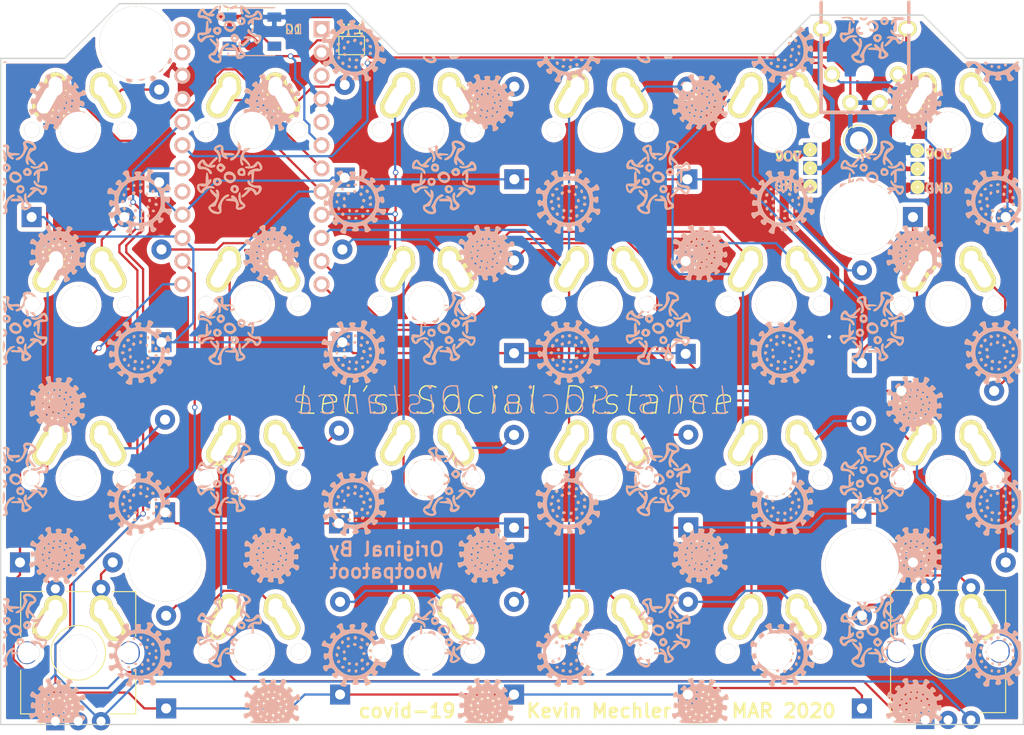
<source format=kicad_pcb>
(kicad_pcb (version 20171130) (host pcbnew "(5.1.4)-1")
  (layers (0 F.Cu signal) (31 B.Cu signal) (34 B.Paste user) (35 F.Paste user) (36 B.SilkS user) (37 F.SilkS user) (38 B.Mask user) (39 F.Mask user) (44 Edge.Cuts user))
  (net 0 "")
  (net 1 "Net-(D1-Pad2)")
  (net 2 row0)
  (net 3 "Net-(D2-Pad2)")
  (net 4 row1)
  (net 5 "Net-(D3-Pad2)")
  (net 6 row2)
  (net 7 "Net-(D4-Pad2)")
  (net 8 row3)
  (net 9 "Net-(D5-Pad2)")
  (net 10 "Net-(D6-Pad2)")
  (net 11 "Net-(D7-Pad2)")
  (net 12 "Net-(D8-Pad2)")
  (net 13 "Net-(D9-Pad2)")
  (net 14 "Net-(D10-Pad2)")
  (net 15 "Net-(D11-Pad2)")
  (net 16 "Net-(D12-Pad2)")
  (net 17 "Net-(D13-Pad2)")
  (net 18 "Net-(D14-Pad2)")
  (net 19 "Net-(D15-Pad2)")
  (net 20 "Net-(D16-Pad2)")
  (net 21 "Net-(D17-Pad2)")
  (net 22 "Net-(D18-Pad2)")
  (net 23 "Net-(D19-Pad2)")
  (net 24 "Net-(D20-Pad2)")
  (net 25 "Net-(D21-Pad2)")
  (net 26 "Net-(D22-Pad2)")
  (net 27 "Net-(D23-Pad2)")
  (net 28 "Net-(D24-Pad2)")
  (net 29 GND)
  (net 30 VCC)
  (net 31 data)
  (net 32 xtradata)
  (net 33 col0)
  (net 34 col1)
  (net 35 col2)
  (net 36 col3)
  (net 37 col4)
  (net 38 col5)
  (net 39 "Net-(J2-Pad2)")
  (net 40 "Net-(J3-Pad4)")
  (net 41 EncB)
  (net 42 EncA)
  (net 43 "Net-(J1-Pad1)")
  (net 44 "Net-(J1-Pad3)")
  (net 45 "Net-(J1-Pad5)")
  (net 46 "Net-(J1-Pad17)")
  (net 47 "Net-(J1-Pad23)")
  (net 48 "Net-(J1-Pad24)")
  (net 49 "Net-(SW1-PadC)")
  (net 50 "Net-(SW22-PadC)")
  (net 51 "Net-(D25-Pad2)")
  (net 52 "Net-(D2-Pad4)")
  (net 53 "Net-(D26-Pad2)")
  (module LSD_KB:coronaBack_with_space_for_text (layer B.Cu) (at 93 72.5 180)
    (fp_text reference G*** hide)
    (fp_text value LOGO hide)
  )
  (module LSD_KB:coronaFront (layer F.Cu) (at 93 72.5)
    (fp_text reference G*** hide)
    (fp_text value LOGO hide)
  )
  (module flipalps:MXALPS_FLIP (layer F.Cu) (at 83.6 84.95)
    (fp_text reference SW12 hide)
    (fp_text value SW_PUSH hide)
    (pad 1 thru_hole oval (at -2.48 -4.79 3.9) (size 2.5 3.08) (drill oval 1.5 2.08) (layers *.Cu *.Mask F.SilkS) (net 35 col2))
    (pad 2 thru_hole oval (at 3.595 -3.27 29) (size 2.5 4.17) (drill oval 1.5 3.17) (layers *.Cu *.Mask F.SilkS) (net 17 "Net-(D13-Pad2)"))
    (pad "" np_thru_hole circle (at 0 0) (size 3.98781 3.98781) (drill 3.9878) (layers *.Cu *.Mask F.SilkS) (clearance 0.1524))
    (pad "" np_thru_hole circle (at -5.08 0) (size 1.70181 1.70181) (drill 1.7018) (layers *.Cu *.Mask F.SilkS) (clearance 0.1524))
    (pad "" np_thru_hole circle (at 5.08 0) (size 1.70181 1.70181) (drill 1.7018) (layers *.Cu *.Mask F.SilkS) (clearance 0.1524))
    (pad 1 thru_hole oval (at -3.405 -3.27 330.95) (size 2.5 4.17) (drill oval 1.5 3.17) (layers *.Cu *.Mask F.SilkS) (net 35 col2))
    (pad 2 thru_hole oval (at 2.52 -4.79 356.1) (size 2.5 3.08) (drill oval 1.5 2.08) (layers *.Cu *.Mask F.SilkS) (net 17 "Net-(D13-Pad2)"))
  )
  (module LetsSplitSingle:Pro_Micro (layer B.Cu) (at 64.516 49.784 270)
    (fp_text reference J1 hide)
    (fp_text value "Pro Micro 5V" hide)
    (pad 21 thru_hole circle (at -6.35 7.62 270) (size 1.7526 1.7526) (drill 1.0922) (layers *.Cu *.SilkS *.Mask) (net 29 GND))
    (pad 20 thru_hole circle (at -3.81 7.62 270) (size 1.7526 1.7526) (drill 1.0922) (layers *.Cu *.SilkS *.Mask) (net 42 EncA))
    (pad 24 thru_hole circle (at -13.97 7.62 270) (size 1.7526 1.7526) (drill 1.0922) (layers *.Cu *.SilkS *.Mask) (net 48 "Net-(J1-Pad24)"))
    (pad 23 thru_hole circle (at -11.43 7.62 270) (size 1.7526 1.7526) (drill 1.0922) (layers *.Cu *.SilkS *.Mask) (net 47 "Net-(J1-Pad23)"))
    (pad 22 thru_hole circle (at -8.89 7.62 270) (size 1.7526 1.7526) (drill 1.0922) (layers *.Cu *.SilkS *.Mask) (net 29 GND))
    (pad 19 thru_hole circle (at -1.27 7.62 270) (size 1.7526 1.7526) (drill 1.0922) (layers *.Cu *.SilkS *.Mask) (net 31 data))
    (pad 18 thru_hole circle (at 1.27 7.62 270) (size 1.7526 1.7526) (drill 1.0922) (layers *.Cu *.SilkS *.Mask) (net 41 EncB))
    (pad 17 thru_hole circle (at 3.81 7.62 270) (size 1.7526 1.7526) (drill 1.0922) (layers *.Cu *.SilkS *.Mask) (net 46 "Net-(J1-Pad17)"))
    (pad 16 thru_hole circle (at 6.35 7.62 270) (size 1.7526 1.7526) (drill 1.0922) (layers *.Cu *.SilkS *.Mask) (net 2 row0))
    (pad 15 thru_hole circle (at 8.89 7.62 270) (size 1.7526 1.7526) (drill 1.0922) (layers *.Cu *.SilkS *.Mask) (net 4 row1))
    (pad 14 thru_hole circle (at 11.43 7.62 270) (size 1.7526 1.7526) (drill 1.0922) (layers *.Cu *.SilkS *.Mask) (net 6 row2))
    (pad 13 thru_hole circle (at 13.97 7.62 270) (size 1.7526 1.7526) (drill 1.0922) (layers *.Cu *.SilkS *.Mask) (net 8 row3))
    (pad 12 thru_hole circle (at 13.97 -7.62 270) (size 1.7526 1.7526) (drill 1.0922) (layers *.Cu *.SilkS *.Mask) (net 38 col5))
    (pad 11 thru_hole circle (at 11.43 -7.62 270) (size 1.7526 1.7526) (drill 1.0922) (layers *.Cu *.SilkS *.Mask) (net 37 col4))
    (pad 10 thru_hole circle (at 8.89 -7.62 270) (size 1.7526 1.7526) (drill 1.0922) (layers *.Cu *.SilkS *.Mask) (net 36 col3))
    (pad 9 thru_hole circle (at 6.35 -7.62 270) (size 1.7526 1.7526) (drill 1.0922) (layers *.Cu *.SilkS *.Mask) (net 35 col2))
    (pad 8 thru_hole circle (at 3.81 -7.62 270) (size 1.7526 1.7526) (drill 1.0922) (layers *.Cu *.SilkS *.Mask) (net 34 col1))
    (pad 7 thru_hole circle (at 1.27 -7.62 270) (size 1.7526 1.7526) (drill 1.0922) (layers *.Cu *.SilkS *.Mask) (net 33 col0))
    (pad 6 thru_hole circle (at -1.27 -7.62 270) (size 1.7526 1.7526) (drill 1.0922) (layers *.Cu *.SilkS *.Mask) (net 1 "Net-(D1-Pad2)"))
    (pad 5 thru_hole circle (at -3.81 -7.62 270) (size 1.7526 1.7526) (drill 1.0922) (layers *.Cu *.SilkS *.Mask) (net 45 "Net-(J1-Pad5)"))
    (pad 4 thru_hole circle (at -6.35 -7.62 270) (size 1.7526 1.7526) (drill 1.0922) (layers *.Cu *.SilkS *.Mask) (net 30 VCC))
    (pad 3 thru_hole circle (at -8.89 -7.62 270) (size 1.7526 1.7526) (drill 1.0922) (layers *.Cu *.SilkS *.Mask) (net 44 "Net-(J1-Pad3)"))
    (pad 2 thru_hole circle (at -11.43 -7.62 270) (size 1.7526 1.7526) (drill 1.0922) (layers *.Cu *.SilkS *.Mask) (net 29 GND))
    (pad 1 thru_hole rect (at -13.97 -7.62 270) (size 1.7526 1.7526) (drill 1.0922) (layers *.Cu *.SilkS *.Mask) (net 43 "Net-(J1-Pad1)"))
  )
  (module LetsSplitSingle:D_DO-41_SOD81_P10.16mm_Horizontal (layer F.Cu) (at 54.356 52.578 90)
    (fp_text reference D3 hide)
    (fp_text value D)
    (pad 1 thru_hole rect (at 0 0 90) (size 2.2 2.2) (drill 1.1) (layers *.Cu *.Mask) (net 2 row0))
    (pad 2 thru_hole oval (at 10.16 0 90) (size 2.2 2.2) (drill 1.1) (layers *.Cu *.Mask) (net 5 "Net-(D3-Pad2)"))
  )
  (module LetsSplitSingle:D_DO-41_SOD81_P10.16mm_Horizontal (layer F.Cu) (at 40.386 56.388)
    (fp_text reference D4 hide)
    (fp_text value D)
    (pad 1 thru_hole rect (at 0 0) (size 2.2 2.2) (drill 1.1) (layers *.Cu *.Mask) (net 4 row1))
    (pad 2 thru_hole oval (at 10.16 0) (size 2.2 2.2) (drill 1.1) (layers *.Cu *.Mask) (net 7 "Net-(D4-Pad2)"))
  )
  (module LetsSplitSingle:D_DO-41_SOD81_P10.16mm_Horizontal (layer F.Cu) (at 55 88.75 90)
    (fp_text reference D5 hide)
    (fp_text value D)
    (pad 1 thru_hole rect (at 0 0 90) (size 2.2 2.2) (drill 1.1) (layers *.Cu *.Mask) (net 6 row2))
    (pad 2 thru_hole oval (at 10.16 0 90) (size 2.2 2.2) (drill 1.1) (layers *.Cu *.Mask) (net 9 "Net-(D5-Pad2)"))
  )
  (module LetsSplitSingle:D_DO-41_SOD81_P10.16mm_Horizontal (layer F.Cu) (at 39.116 94.234)
    (fp_text reference D6 hide)
    (fp_text value D)
    (pad 1 thru_hole rect (at 0 0) (size 2.2 2.2) (drill 1.1) (layers *.Cu *.Mask) (net 8 row3))
    (pad 2 thru_hole oval (at 10.16 0) (size 2.2 2.2) (drill 1.1) (layers *.Cu *.Mask) (net 10 "Net-(D6-Pad2)"))
  )
  (module LetsSplitSingle:D_DO-41_SOD81_P10.16mm_Horizontal (layer F.Cu) (at 74.676 52.07 90)
    (fp_text reference D7 hide)
    (fp_text value D)
    (pad 1 thru_hole rect (at 0 0 90) (size 2.2 2.2) (drill 1.1) (layers *.Cu *.Mask) (net 2 row0))
    (pad 2 thru_hole oval (at 10.16 0 90) (size 2.2 2.2) (drill 1.1) (layers *.Cu *.Mask) (net 11 "Net-(D7-Pad2)"))
  )
  (module LetsSplitSingle:D_DO-41_SOD81_P10.16mm_Horizontal (layer F.Cu) (at 54.61 70.104 90)
    (fp_text reference D8 hide)
    (fp_text value D)
    (pad 1 thru_hole rect (at 0 0 90) (size 2.2 2.2) (drill 1.1) (layers *.Cu *.Mask) (net 4 row1))
    (pad 2 thru_hole oval (at 10.16 0 90) (size 2.2 2.2) (drill 1.1) (layers *.Cu *.Mask) (net 12 "Net-(D8-Pad2)"))
  )
  (module LetsSplitSingle:D_DO-41_SOD81_P10.16mm_Horizontal (layer F.Cu) (at 74.05 89.95 90)
    (fp_text reference D9 hide)
    (fp_text value D)
    (pad 1 thru_hole rect (at 0 0 90) (size 2.2 2.2) (drill 1.1) (layers *.Cu *.Mask) (net 6 row2))
    (pad 2 thru_hole oval (at 10.16 0 90) (size 2.2 2.2) (drill 1.1) (layers *.Cu *.Mask) (net 13 "Net-(D9-Pad2)"))
  )
  (module LetsSplitSingle:D_DO-41_SOD81_P10.16mm_Horizontal (layer F.Cu) (at 55.118 110.236 90)
    (fp_text reference D10 hide)
    (fp_text value D)
    (pad 1 thru_hole rect (at 0 0 90) (size 2.2 2.2) (drill 1.1) (layers *.Cu *.Mask) (net 8 row3))
    (pad 2 thru_hole oval (at 10.16 0 90) (size 2.2 2.2) (drill 1.1) (layers *.Cu *.Mask) (net 14 "Net-(D10-Pad2)"))
  )
  (module LetsSplitSingle:D_DO-41_SOD81_P10.16mm_Horizontal (layer F.Cu) (at 93.25 52.25 90)
    (fp_text reference D11 hide)
    (fp_text value D)
    (pad 1 thru_hole rect (at 0 0 90) (size 2.2 2.2) (drill 1.1) (layers *.Cu *.Mask) (net 2 row0))
    (pad 2 thru_hole oval (at 10.16 0 90) (size 2.2 2.2) (drill 1.1) (layers *.Cu *.Mask) (net 15 "Net-(D11-Pad2)"))
  )
  (module LetsSplitSingle:D_DO-41_SOD81_P10.16mm_Horizontal (layer F.Cu) (at 74.422 70.104 90)
    (fp_text reference D12 hide)
    (fp_text value D)
    (pad 1 thru_hole rect (at 0 0 90) (size 2.2 2.2) (drill 1.1) (layers *.Cu *.Mask) (net 4 row1))
    (pad 2 thru_hole oval (at 10.16 0 90) (size 2.2 2.2) (drill 1.1) (layers *.Cu *.Mask) (net 16 "Net-(D12-Pad2)"))
  )
  (module LetsSplitSingle:D_DO-41_SOD81_P10.16mm_Horizontal (layer F.Cu) (at 93.218 90.424 90)
    (fp_text reference D13 hide)
    (fp_text value D)
    (pad 1 thru_hole rect (at 0 0 90) (size 2.2 2.2) (drill 1.1) (layers *.Cu *.Mask) (net 6 row2))
    (pad 2 thru_hole oval (at 10.16 0 90) (size 2.2 2.2) (drill 1.1) (layers *.Cu *.Mask) (net 17 "Net-(D13-Pad2)"))
  )
  (module LetsSplitSingle:D_DO-41_SOD81_P10.16mm_Horizontal (layer F.Cu) (at 74.168 108.712 90)
    (fp_text reference D14 hide)
    (fp_text value D)
    (pad 1 thru_hole rect (at 0 0 90) (size 2.2 2.2) (drill 1.1) (layers *.Cu *.Mask) (net 8 row3))
    (pad 2 thru_hole oval (at 10.16 0 90) (size 2.2 2.2) (drill 1.1) (layers *.Cu *.Mask) (net 18 "Net-(D14-Pad2)"))
  )
  (module LetsSplitSingle:D_DO-41_SOD81_P10.16mm_Horizontal (layer F.Cu) (at 112.2 52.25 90)
    (fp_text reference D15 hide)
    (fp_text value D)
    (pad 1 thru_hole rect (at 0 0 90) (size 2.2 2.2) (drill 1.1) (layers *.Cu *.Mask) (net 2 row0))
    (pad 2 thru_hole oval (at 10.16 0 90) (size 2.2 2.2) (drill 1.1) (layers *.Cu *.Mask) (net 19 "Net-(D15-Pad2)"))
  )
  (module LetsSplitSingle:D_DO-41_SOD81_P10.16mm_Horizontal (layer F.Cu) (at 93.218 71.3 90)
    (fp_text reference D16 hide)
    (fp_text value D)
    (pad 1 thru_hole rect (at 0 0 90) (size 2.2 2.2) (drill 1.1) (layers *.Cu *.Mask) (net 4 row1))
    (pad 2 thru_hole oval (at 10.16 0 90) (size 2.2 2.2) (drill 1.1) (layers *.Cu *.Mask) (net 20 "Net-(D16-Pad2)"))
  )
  (module LetsSplitSingle:D_DO-41_SOD81_P10.16mm_Horizontal (layer F.Cu) (at 112.3 90.4 90)
    (fp_text reference D17 hide)
    (fp_text value D)
    (pad 1 thru_hole rect (at 0 0 90) (size 2.2 2.2) (drill 1.1) (layers *.Cu *.Mask) (net 6 row2))
    (pad 2 thru_hole oval (at 10.16 0 90) (size 2.2 2.2) (drill 1.1) (layers *.Cu *.Mask) (net 21 "Net-(D17-Pad2)"))
  )
  (module LetsSplitSingle:D_DO-41_SOD81_P10.16mm_Horizontal (layer F.Cu) (at 93.218 108.712 90)
    (fp_text reference D18 hide)
    (fp_text value D)
    (pad 1 thru_hole rect (at 0 0 90) (size 2.2 2.2) (drill 1.1) (layers *.Cu *.Mask) (net 8 row3))
    (pad 2 thru_hole oval (at 10.16 0 90) (size 2.2 2.2) (drill 1.1) (layers *.Cu *.Mask) (net 22 "Net-(D18-Pad2)"))
  )
  (module LetsSplitSingle:D_DO-41_SOD81_P10.16mm_Horizontal (layer F.Cu) (at 131.318 72.39 90)
    (fp_text reference D19 hide)
    (fp_text value D)
    (pad 1 thru_hole rect (at 0 0 90) (size 2.2 2.2) (drill 1.1) (layers *.Cu *.Mask) (net 2 row0))
    (pad 2 thru_hole oval (at 10.16 0 90) (size 2.2 2.2) (drill 1.1) (layers *.Cu *.Mask) (net 23 "Net-(D19-Pad2)"))
  )
  (module LetsSplitSingle:D_DO-41_SOD81_P10.16mm_Horizontal (layer F.Cu) (at 112.014 71.374 90)
    (fp_text reference D20 hide)
    (fp_text value D)
    (pad 1 thru_hole rect (at 0 0 90) (size 2.2 2.2) (drill 1.1) (layers *.Cu *.Mask) (net 4 row1))
    (pad 2 thru_hole oval (at 10.16 0 90) (size 2.2 2.2) (drill 1.1) (layers *.Cu *.Mask) (net 24 "Net-(D20-Pad2)"))
  )
  (module LetsSplitSingle:D_DO-41_SOD81_P10.16mm_Horizontal (layer F.Cu) (at 131.25 88.9 90)
    (fp_text reference D21 hide)
    (fp_text value D)
    (pad 2 thru_hole oval (at 10.16 0 90) (size 2.2 2.2) (drill 1.1) (layers *.Cu *.Mask) (net 25 "Net-(D21-Pad2)"))
    (pad 1 thru_hole rect (at 0 0 90) (size 2.2 2.2) (drill 1.1) (layers *.Cu *.Mask) (net 6 row2))
  )
  (module LetsSplitSingle:D_DO-41_SOD81_P10.16mm_Horizontal (layer F.Cu) (at 112.268 108.712 90)
    (fp_text reference D22 hide)
    (fp_text value D)
    (pad 1 thru_hole rect (at 0 0 90) (size 2.2 2.2) (drill 1.1) (layers *.Cu *.Mask) (net 8 row3))
    (pad 2 thru_hole oval (at 10.16 0 90) (size 2.2 2.2) (drill 1.1) (layers *.Cu *.Mask) (net 26 "Net-(D22-Pad2)"))
  )
  (module LetsSplitSingle:D_DO-41_SOD81_P10.16mm_Horizontal (layer F.Cu) (at 136.906 56.388)
    (fp_text reference D23 hide)
    (fp_text value D)
    (pad 1 thru_hole rect (at 0 0) (size 2.2 2.2) (drill 1.1) (layers *.Cu *.Mask) (net 2 row0))
    (pad 2 thru_hole oval (at 10.16 0) (size 2.2 2.2) (drill 1.1) (layers *.Cu *.Mask) (net 27 "Net-(D23-Pad2)"))
  )
  (module LetsSplitSingle:D_DO-41_SOD81_P10.16mm_Horizontal (layer F.Cu) (at 135.636 75.438)
    (fp_text reference D24 hide)
    (fp_text value D)
    (pad 1 thru_hole rect (at 0 0) (size 2.2 2.2) (drill 1.1) (layers *.Cu *.Mask) (net 4 row1))
    (pad 2 thru_hole oval (at 10.16 0) (size 2.2 2.2) (drill 1.1) (layers *.Cu *.Mask) (net 28 "Net-(D24-Pad2)"))
  )
  (module LetsSplitSingle:D_DO-41_SOD81_P10.16mm_Horizontal (layer F.Cu) (at 136.906 94.234)
    (fp_text reference D25 hide)
    (fp_text value D)
    (pad 1 thru_hole rect (at 0 0) (size 2.2 2.2) (drill 1.1) (layers *.Cu *.Mask) (net 6 row2))
    (pad 2 thru_hole oval (at 10.16 0) (size 2.2 2.2) (drill 1.1) (layers *.Cu *.Mask) (net 51 "Net-(D25-Pad2)"))
  )
  (module LetsSplitSingle:D_DO-41_SOD81_P10.16mm_Horizontal (layer F.Cu) (at 131.318 110.236 90)
    (fp_text reference D26 hide)
    (fp_text value D)
    (pad 1 thru_hole rect (at 0 0 90) (size 2.2 2.2) (drill 1.1) (layers *.Cu *.Mask) (net 8 row3))
    (pad 2 thru_hole oval (at 10.16 0 90) (size 2.2 2.2) (drill 1.1) (layers *.Cu *.Mask) (net 53 "Net-(D26-Pad2)"))
  )
  (module Rotary_Encoder:RotaryEncoder_Alps_EC12E-Switch_Vertical_H20mm (layer F.Cu) (at 42.9895 111.633 90)
    (fp_text reference SW1 hide)
    (fp_text value Rotary_Encoder_Switch)
    (pad A thru_hole rect (at 0 0 90) (size 2 2) (drill 1) (layers *.Cu *.Mask) (net 42 EncA))
    (pad C thru_hole circle (at 0 2.5 90) (size 2 2) (drill 1) (layers *.Cu *.Mask) (net 49 "Net-(SW1-PadC)"))
    (pad B thru_hole circle (at 0 5 90) (size 2 2) (drill 1) (layers *.Cu *.Mask) (net 41 EncB))
    (pad MP thru_hole oval (at 7.5 -3.1 90) (size 2.5 2.3) (drill oval 2.3 2) (layers *.Cu *.Mask))
    (pad MP thru_hole oval (at 7.5 8.1 90) (size 2.5 2.3) (drill oval 2.3 2) (layers *.Cu *.Mask))
    (pad S1 thru_hole circle (at 14.5 0 90) (size 2 2) (drill 1) (layers *.Cu *.Mask) (net 33 col0))
    (pad S2 thru_hole circle (at 14.5 5 90) (size 2 2) (drill 1) (layers *.Cu *.Mask) (net 10 "Net-(D6-Pad2)"))
  )
  (module Rotary_Encoder:RotaryEncoder_Alps_EC12E-Switch_Vertical_H20mm (layer F.Cu) (at 138.256 111.4933 90)
    (fp_text reference SW22 hide)
    (fp_text value Rotary_Encoder_Switch)
    (pad A thru_hole rect (at 0 0 90) (size 2 2) (drill 1) (layers *.Cu *.Mask) (net 42 EncA))
    (pad C thru_hole circle (at 0 2.5 90) (size 2 2) (drill 1) (layers *.Cu *.Mask) (net 50 "Net-(SW22-PadC)"))
    (pad B thru_hole circle (at 0 5 90) (size 2 2) (drill 1) (layers *.Cu *.Mask) (net 41 EncB))
    (pad MP thru_hole oval (at 7.5 -3.1 90) (size 2.5 2.3) (drill oval 2.3 2) (layers *.Cu *.Mask))
    (pad MP thru_hole oval (at 7.5 8.1 90) (size 2.5 2.3) (drill oval 2.3 2) (layers *.Cu *.Mask))
    (pad S1 thru_hole circle (at 14.5 0 90) (size 2 2) (drill 1) (layers *.Cu *.Mask) (net 38 col5))
    (pad S2 thru_hole circle (at 14.5 5 90) (size 2 2) (drill 1) (layers *.Cu *.Mask) (net 53 "Net-(D26-Pad2)"))
  )
  (module LetsSplitSingle:3_pin_TP (layer F.Cu) (at 139.4 51.1 90)
    (fp_text reference J2 hide)
    (fp_text value 3PIN)
    (pad 1 thru_hole circle (at -2.01 -1.99 90) (size 1.524 1.524) (drill 0.25) (layers *.Cu *.Mask F.SilkS) (net 29 GND))
    (pad 3 thru_hole circle (at 2 -2.01 90) (size 1.524 1.524) (drill 0.25) (layers *.Cu *.Mask F.SilkS) (net 30 VCC))
    (pad 2 thru_hole circle (at -0.01 -1.99 90) (size 1.524 1.524) (drill 0.25) (layers *.Cu *.Mask F.SilkS) (net 39 "Net-(J2-Pad2)"))
    (pad 3 smd rect (at 2 -2 90) (size 1.524 1.524) (layers B.Cu F.Paste F.Mask) (net 30 VCC))
    (pad 2 smd rect (at 0 -2 90) (size 1.524 1.524) (layers B.Cu F.Paste F.Mask) (net 39 "Net-(J2-Pad2)"))
    (pad 1 smd rect (at -2 -2 90) (size 1.524 1.524) (layers B.Cu F.Paste F.Mask) (net 29 GND))
    (pad 3 smd rect (at 2 -2 90) (size 1.524 1.524) (layers F.Cu F.Paste F.Mask) (net 30 VCC))
    (pad 2 smd rect (at 0 -2 90) (size 1.524 1.524) (layers F.Cu F.Paste F.Mask) (net 39 "Net-(J2-Pad2)"))
    (pad 1 smd rect (at -2 -2 90) (size 1.524 1.524) (layers F.Cu F.Paste F.Mask) (net 29 GND))
  )
  (module LetsSplitSingle:4pin35mmAudio (layer F.Cu) (at 131.65 32.85 270)
    (fp_text reference J3 hide)
    (fp_text value 6PIN hide)
    (pad HOLE np_thru_hole circle (at 7.8994 0 270) (size 0.9906 0.9906) (drill 0.9906) (layers *.Cu *.Mask F.SilkS))
    (pad HOLE np_thru_hole circle (at 2.8956 0 270) (size 0.9906 0.9906) (drill 0.9906) (layers *.Cu *.Mask F.SilkS))
    (pad 6 thru_hole circle (at 7.8994 -3.6068 270) (size 1.7526 1.7526) (drill 1.0922) (layers *.Cu *.Mask F.SilkS) (net 31 data))
    (pad 5 thru_hole circle (at 10.9982 1.6002 270) (size 1.7526 1.7526) (drill 1.0922) (layers *.Cu *.Mask F.SilkS) (net 32 xtradata))
    (pad 4 thru_hole oval (at 2.8956 4.6482 270) (size 1.7526 2.0574) (drill oval 1.0922 1.397) (layers *.Cu *.Mask F.SilkS) (net 40 "Net-(J3-Pad4)"))
    (pad 3 thru_hole circle (at 10.9982 -1.6002 270) (size 1.7526 1.7526) (drill 1.0922) (layers *.Cu *.Mask F.SilkS) (net 32 xtradata))
    (pad 2 thru_hole circle (at 7.8994 3.6068 270) (size 1.7526 1.7526) (drill 1.0922) (layers *.Cu *.Mask F.SilkS) (net 31 data))
    (pad 1 thru_hole oval (at 2.8956 -4.6482 270) (size 1.7526 2.0574) (drill oval 1.0922 1.397) (layers *.Cu *.Mask F.SilkS) (net 39 "Net-(J2-Pad2)"))
  )
  (module LetsSplitSingle:3_pin_TP (layer F.Cu) (at 127.65 51 90)
    (fp_text reference J4 hide)
    (fp_text value 3PIN)
    (pad 1 thru_hole circle (at -2.01 -1.99 90) (size 1.524 1.524) (drill 0.25) (layers *.Cu *.Mask F.SilkS) (net 29 GND))
    (pad 3 thru_hole circle (at 2 -2.01 90) (size 1.524 1.524) (drill 0.25) (layers *.Cu *.Mask F.SilkS) (net 30 VCC))
    (pad 2 thru_hole circle (at -0.01 -1.99 90) (size 1.524 1.524) (drill 0.25) (layers *.Cu *.Mask F.SilkS) (net 40 "Net-(J3-Pad4)"))
    (pad 3 smd rect (at 2 -2 90) (size 1.524 1.524) (layers B.Cu F.Paste F.Mask) (net 30 VCC))
    (pad 2 smd rect (at 0 -2 90) (size 1.524 1.524) (layers B.Cu F.Paste F.Mask) (net 40 "Net-(J3-Pad4)"))
    (pad 1 smd rect (at -2 -2 90) (size 1.524 1.524) (layers B.Cu F.Paste F.Mask) (net 29 GND))
    (pad 3 smd rect (at 2 -2 90) (size 1.524 1.524) (layers F.Cu F.Paste F.Mask) (net 30 VCC))
    (pad 2 smd rect (at 0 -2 90) (size 1.524 1.524) (layers F.Cu F.Paste F.Mask) (net 40 "Net-(J3-Pad4)"))
    (pad 1 smd rect (at -2 -2 90) (size 1.524 1.524) (layers F.Cu F.Paste F.Mask) (net 29 GND))
  )
  (module LetsSplitSingle:LS_HOLE (layer F.Cu) (at 133 95.25)
    (fp_text reference U1 hide)
    (fp_text value HOLE)
    (pad "" thru_hole circle (at -1.65 -0.7) (size 8 8) (drill 8) (layers *.Cu *.Mask F.SilkS))
  )
  (module LetsSplitSingle:LS_HOLE (layer F.Cu) (at 56.65 95.2)
    (fp_text reference U2 hide)
    (fp_text value HOLE)
    (pad "" thru_hole circle (at -1.65 -0.7) (size 8 8) (drill 8) (layers *.Cu *.Mask F.SilkS))
  )
  (module LetsSplitSingle:LS_HOLE (layer F.Cu) (at 53.5 38)
    (fp_text reference U3 hide)
    (fp_text value HOLE)
    (pad "" thru_hole circle (at -1.65 -0.7) (size 8 8) (drill 8) (layers *.Cu *.Mask F.SilkS))
  )
  (module LetsSplitSingle:LS_HOLE (layer F.Cu) (at 132.85 57.15)
    (fp_text reference U4 hide)
    (fp_text value HOLE)
    (pad "" thru_hole circle (at -1.65 -0.7) (size 8 8) (drill 8) (layers *.Cu *.Mask F.SilkS))
  )
  (module TestPoint:TestPoint_Plated_Hole_D2.0mm (layer F.Cu) (at 131 48)
    (fp_text reference W1 hide)
    (fp_text value TEST_1P)
    (pad 1 thru_hole circle (at 0 0) (size 3 3) (drill 2) (layers *.Cu *.Mask) (net 32 xtradata))
  )
  (module flipalps:MXALPS_FLIP (layer F.Cu) (at 140.75 104)
    (fp_text reference SW26 hide)
    (fp_text value SW_PUSH hide)
    (pad 1 thru_hole oval (at -2.48 -4.79 3.9) (size 2.5 3.08) (drill oval 1.5 2.08) (layers *.Cu *.Mask F.SilkS) (net 38 col5))
    (pad 2 thru_hole oval (at 3.595 -3.27 29) (size 2.5 4.17) (drill oval 1.5 3.17) (layers *.Cu *.Mask F.SilkS) (net 53 "Net-(D26-Pad2)"))
    (pad "" np_thru_hole circle (at 0 0) (size 3.98781 3.98781) (drill 3.9878) (layers *.Cu *.Mask F.SilkS) (clearance 0.1524))
    (pad "" np_thru_hole circle (at -5.08 0) (size 1.70181 1.70181) (drill 1.7018) (layers *.Cu *.Mask F.SilkS) (clearance 0.1524))
    (pad "" np_thru_hole circle (at 5.08 0) (size 1.70181 1.70181) (drill 1.7018) (layers *.Cu *.Mask F.SilkS) (clearance 0.1524))
    (pad 1 thru_hole oval (at -3.405 -3.27 330.95) (size 2.5 4.17) (drill oval 1.5 3.17) (layers *.Cu *.Mask F.SilkS) (net 38 col5))
    (pad 2 thru_hole oval (at 2.52 -4.79 356.1) (size 2.5 3.08) (drill oval 1.5 2.08) (layers *.Cu *.Mask F.SilkS) (net 53 "Net-(D26-Pad2)"))
  )
  (module flipalps:MXALPS_FLIP (layer F.Cu) (at 140.75 84.95)
    (fp_text reference SW25 hide)
    (fp_text value SW_PUSH hide)
    (pad 1 thru_hole oval (at -2.48 -4.79 3.9) (size 2.5 3.08) (drill oval 1.5 2.08) (layers *.Cu *.Mask F.SilkS) (net 38 col5))
    (pad 2 thru_hole oval (at 3.595 -3.27 29) (size 2.5 4.17) (drill oval 1.5 3.17) (layers *.Cu *.Mask F.SilkS) (net 51 "Net-(D25-Pad2)"))
    (pad "" np_thru_hole circle (at 0 0) (size 3.98781 3.98781) (drill 3.9878) (layers *.Cu *.Mask F.SilkS) (clearance 0.1524))
    (pad "" np_thru_hole circle (at -5.08 0) (size 1.70181 1.70181) (drill 1.7018) (layers *.Cu *.Mask F.SilkS) (clearance 0.1524))
    (pad "" np_thru_hole circle (at 5.08 0) (size 1.70181 1.70181) (drill 1.7018) (layers *.Cu *.Mask F.SilkS) (clearance 0.1524))
    (pad 1 thru_hole oval (at -3.405 -3.27 330.95) (size 2.5 4.17) (drill oval 1.5 3.17) (layers *.Cu *.Mask F.SilkS) (net 38 col5))
    (pad 2 thru_hole oval (at 2.52 -4.79 356.1) (size 2.5 3.08) (drill oval 1.5 2.08) (layers *.Cu *.Mask F.SilkS) (net 51 "Net-(D25-Pad2)"))
  )
  (module flipalps:MXALPS_FLIP (layer F.Cu) (at 140.75 65.9)
    (fp_text reference SW24 hide)
    (fp_text value SW_PUSH hide)
    (pad 1 thru_hole oval (at -2.48 -4.79 3.9) (size 2.5 3.08) (drill oval 1.5 2.08) (layers *.Cu *.Mask F.SilkS) (net 38 col5))
    (pad 2 thru_hole oval (at 3.595 -3.27 29) (size 2.5 4.17) (drill oval 1.5 3.17) (layers *.Cu *.Mask F.SilkS) (net 28 "Net-(D24-Pad2)"))
    (pad "" np_thru_hole circle (at 0 0) (size 3.98781 3.98781) (drill 3.9878) (layers *.Cu *.Mask F.SilkS) (clearance 0.1524))
    (pad "" np_thru_hole circle (at -5.08 0) (size 1.70181 1.70181) (drill 1.7018) (layers *.Cu *.Mask F.SilkS) (clearance 0.1524))
    (pad "" np_thru_hole circle (at 5.08 0) (size 1.70181 1.70181) (drill 1.7018) (layers *.Cu *.Mask F.SilkS) (clearance 0.1524))
    (pad 1 thru_hole oval (at -3.405 -3.27 330.95) (size 2.5 4.17) (drill oval 1.5 3.17) (layers *.Cu *.Mask F.SilkS) (net 38 col5))
    (pad 2 thru_hole oval (at 2.52 -4.79 356.1) (size 2.5 3.08) (drill oval 1.5 2.08) (layers *.Cu *.Mask F.SilkS) (net 28 "Net-(D24-Pad2)"))
  )
  (module flipalps:MXALPS_FLIP (layer F.Cu) (at 140.75 46.85)
    (fp_text reference SW23 hide)
    (fp_text value SW_PUSH hide)
    (pad 1 thru_hole oval (at -2.48 -4.79 3.9) (size 2.5 3.08) (drill oval 1.5 2.08) (layers *.Cu *.Mask F.SilkS) (net 38 col5))
    (pad 2 thru_hole oval (at 3.595 -3.27 29) (size 2.5 4.17) (drill oval 1.5 3.17) (layers *.Cu *.Mask F.SilkS) (net 27 "Net-(D23-Pad2)"))
    (pad "" np_thru_hole circle (at 0 0) (size 3.98781 3.98781) (drill 3.9878) (layers *.Cu *.Mask F.SilkS) (clearance 0.1524))
    (pad "" np_thru_hole circle (at -5.08 0) (size 1.70181 1.70181) (drill 1.7018) (layers *.Cu *.Mask F.SilkS) (clearance 0.1524))
    (pad "" np_thru_hole circle (at 5.08 0) (size 1.70181 1.70181) (drill 1.7018) (layers *.Cu *.Mask F.SilkS) (clearance 0.1524))
    (pad 1 thru_hole oval (at -3.405 -3.27 330.95) (size 2.5 4.17) (drill oval 1.5 3.17) (layers *.Cu *.Mask F.SilkS) (net 38 col5))
    (pad 2 thru_hole oval (at 2.52 -4.79 356.1) (size 2.5 3.08) (drill oval 1.5 2.08) (layers *.Cu *.Mask F.SilkS) (net 27 "Net-(D23-Pad2)"))
  )
  (module flipalps:MXALPS_FLIP (layer F.Cu) (at 121.7 104)
    (fp_text reference SW21 hide)
    (fp_text value SW_PUSH hide)
    (pad 1 thru_hole oval (at -2.48 -4.79 3.9) (size 2.5 3.08) (drill oval 1.5 2.08) (layers *.Cu *.Mask F.SilkS) (net 37 col4))
    (pad 2 thru_hole oval (at 3.595 -3.27 29) (size 2.5 4.17) (drill oval 1.5 3.17) (layers *.Cu *.Mask F.SilkS) (net 26 "Net-(D22-Pad2)"))
    (pad "" np_thru_hole circle (at 0 0) (size 3.98781 3.98781) (drill 3.9878) (layers *.Cu *.Mask F.SilkS) (clearance 0.1524))
    (pad "" np_thru_hole circle (at -5.08 0) (size 1.70181 1.70181) (drill 1.7018) (layers *.Cu *.Mask F.SilkS) (clearance 0.1524))
    (pad "" np_thru_hole circle (at 5.08 0) (size 1.70181 1.70181) (drill 1.7018) (layers *.Cu *.Mask F.SilkS) (clearance 0.1524))
    (pad 1 thru_hole oval (at -3.405 -3.27 330.95) (size 2.5 4.17) (drill oval 1.5 3.17) (layers *.Cu *.Mask F.SilkS) (net 37 col4))
    (pad 2 thru_hole oval (at 2.52 -4.79 356.1) (size 2.5 3.08) (drill oval 1.5 2.08) (layers *.Cu *.Mask F.SilkS) (net 26 "Net-(D22-Pad2)"))
  )
  (module flipalps:MXALPS_FLIP (layer F.Cu) (at 121.7 84.95)
    (fp_text reference SW20 hide)
    (fp_text value SW_PUSH hide)
    (pad 1 thru_hole oval (at -2.48 -4.79 3.9) (size 2.5 3.08) (drill oval 1.5 2.08) (layers *.Cu *.Mask F.SilkS) (net 37 col4))
    (pad 2 thru_hole oval (at 3.595 -3.27 29) (size 2.5 4.17) (drill oval 1.5 3.17) (layers *.Cu *.Mask F.SilkS) (net 25 "Net-(D21-Pad2)"))
    (pad "" np_thru_hole circle (at 0 0) (size 3.98781 3.98781) (drill 3.9878) (layers *.Cu *.Mask F.SilkS) (clearance 0.1524))
    (pad "" np_thru_hole circle (at -5.08 0) (size 1.70181 1.70181) (drill 1.7018) (layers *.Cu *.Mask F.SilkS) (clearance 0.1524))
    (pad "" np_thru_hole circle (at 5.08 0) (size 1.70181 1.70181) (drill 1.7018) (layers *.Cu *.Mask F.SilkS) (clearance 0.1524))
    (pad 1 thru_hole oval (at -3.405 -3.27 330.95) (size 2.5 4.17) (drill oval 1.5 3.17) (layers *.Cu *.Mask F.SilkS) (net 37 col4))
    (pad 2 thru_hole oval (at 2.52 -4.79 356.1) (size 2.5 3.08) (drill oval 1.5 2.08) (layers *.Cu *.Mask F.SilkS) (net 25 "Net-(D21-Pad2)"))
  )
  (module flipalps:MXALPS_FLIP (layer F.Cu) (at 121.7 65.9)
    (fp_text reference SW19 hide)
    (fp_text value SW_PUSH hide)
    (pad 1 thru_hole oval (at -2.48 -4.79 3.9) (size 2.5 3.08) (drill oval 1.5 2.08) (layers *.Cu *.Mask F.SilkS) (net 37 col4))
    (pad 2 thru_hole oval (at 3.595 -3.27 29) (size 2.5 4.17) (drill oval 1.5 3.17) (layers *.Cu *.Mask F.SilkS) (net 24 "Net-(D20-Pad2)"))
    (pad "" np_thru_hole circle (at 0 0) (size 3.98781 3.98781) (drill 3.9878) (layers *.Cu *.Mask F.SilkS) (clearance 0.1524))
    (pad "" np_thru_hole circle (at -5.08 0) (size 1.70181 1.70181) (drill 1.7018) (layers *.Cu *.Mask F.SilkS) (clearance 0.1524))
    (pad "" np_thru_hole circle (at 5.08 0) (size 1.70181 1.70181) (drill 1.7018) (layers *.Cu *.Mask F.SilkS) (clearance 0.1524))
    (pad 1 thru_hole oval (at -3.405 -3.27 330.95) (size 2.5 4.17) (drill oval 1.5 3.17) (layers *.Cu *.Mask F.SilkS) (net 37 col4))
    (pad 2 thru_hole oval (at 2.52 -4.79 356.1) (size 2.5 3.08) (drill oval 1.5 2.08) (layers *.Cu *.Mask F.SilkS) (net 24 "Net-(D20-Pad2)"))
  )
  (module flipalps:MXALPS_FLIP (layer F.Cu) (at 121.7 46.85)
    (fp_text reference SW18 hide)
    (fp_text value SW_PUSH hide)
    (pad 1 thru_hole oval (at -2.48 -4.79 3.9) (size 2.5 3.08) (drill oval 1.5 2.08) (layers *.Cu *.Mask F.SilkS) (net 37 col4))
    (pad 2 thru_hole oval (at 3.595 -3.27 29) (size 2.5 4.17) (drill oval 1.5 3.17) (layers *.Cu *.Mask F.SilkS) (net 23 "Net-(D19-Pad2)"))
    (pad "" np_thru_hole circle (at 0 0) (size 3.98781 3.98781) (drill 3.9878) (layers *.Cu *.Mask F.SilkS) (clearance 0.1524))
    (pad "" np_thru_hole circle (at -5.08 0) (size 1.70181 1.70181) (drill 1.7018) (layers *.Cu *.Mask F.SilkS) (clearance 0.1524))
    (pad "" np_thru_hole circle (at 5.08 0) (size 1.70181 1.70181) (drill 1.7018) (layers *.Cu *.Mask F.SilkS) (clearance 0.1524))
    (pad 1 thru_hole oval (at -3.405 -3.27 330.95) (size 2.5 4.17) (drill oval 1.5 3.17) (layers *.Cu *.Mask F.SilkS) (net 37 col4))
    (pad 2 thru_hole oval (at 2.52 -4.79 356.1) (size 2.5 3.08) (drill oval 1.5 2.08) (layers *.Cu *.Mask F.SilkS) (net 23 "Net-(D19-Pad2)"))
  )
  (module flipalps:MXALPS_FLIP (layer F.Cu) (at 102.65 104)
    (fp_text reference SW17 hide)
    (fp_text value SW_PUSH hide)
    (pad 1 thru_hole oval (at -2.48 -4.79 3.9) (size 2.5 3.08) (drill oval 1.5 2.08) (layers *.Cu *.Mask F.SilkS) (net 36 col3))
    (pad 2 thru_hole oval (at 3.595 -3.27 29) (size 2.5 4.17) (drill oval 1.5 3.17) (layers *.Cu *.Mask F.SilkS) (net 22 "Net-(D18-Pad2)"))
    (pad "" np_thru_hole circle (at 0 0) (size 3.98781 3.98781) (drill 3.9878) (layers *.Cu *.Mask F.SilkS) (clearance 0.1524))
    (pad "" np_thru_hole circle (at -5.08 0) (size 1.70181 1.70181) (drill 1.7018) (layers *.Cu *.Mask F.SilkS) (clearance 0.1524))
    (pad "" np_thru_hole circle (at 5.08 0) (size 1.70181 1.70181) (drill 1.7018) (layers *.Cu *.Mask F.SilkS) (clearance 0.1524))
    (pad 1 thru_hole oval (at -3.405 -3.27 330.95) (size 2.5 4.17) (drill oval 1.5 3.17) (layers *.Cu *.Mask F.SilkS) (net 36 col3))
    (pad 2 thru_hole oval (at 2.52 -4.79 356.1) (size 2.5 3.08) (drill oval 1.5 2.08) (layers *.Cu *.Mask F.SilkS) (net 22 "Net-(D18-Pad2)"))
  )
  (module flipalps:MXALPS_FLIP (layer F.Cu) (at 102.65 84.95)
    (fp_text reference SW16 hide)
    (fp_text value SW_PUSH hide)
    (pad 1 thru_hole oval (at -2.48 -4.79 3.9) (size 2.5 3.08) (drill oval 1.5 2.08) (layers *.Cu *.Mask F.SilkS) (net 36 col3))
    (pad 2 thru_hole oval (at 3.595 -3.27 29) (size 2.5 4.17) (drill oval 1.5 3.17) (layers *.Cu *.Mask F.SilkS) (net 21 "Net-(D17-Pad2)"))
    (pad "" np_thru_hole circle (at 0 0) (size 3.98781 3.98781) (drill 3.9878) (layers *.Cu *.Mask F.SilkS) (clearance 0.1524))
    (pad "" np_thru_hole circle (at -5.08 0) (size 1.70181 1.70181) (drill 1.7018) (layers *.Cu *.Mask F.SilkS) (clearance 0.1524))
    (pad "" np_thru_hole circle (at 5.08 0) (size 1.70181 1.70181) (drill 1.7018) (layers *.Cu *.Mask F.SilkS) (clearance 0.1524))
    (pad 1 thru_hole oval (at -3.405 -3.27 330.95) (size 2.5 4.17) (drill oval 1.5 3.17) (layers *.Cu *.Mask F.SilkS) (net 36 col3))
    (pad 2 thru_hole oval (at 2.52 -4.79 356.1) (size 2.5 3.08) (drill oval 1.5 2.08) (layers *.Cu *.Mask F.SilkS) (net 21 "Net-(D17-Pad2)"))
  )
  (module flipalps:MXALPS_FLIP (layer F.Cu) (at 102.65 65.9)
    (fp_text reference SW15 hide)
    (fp_text value SW_PUSH hide)
    (pad 1 thru_hole oval (at -2.48 -4.79 3.9) (size 2.5 3.08) (drill oval 1.5 2.08) (layers *.Cu *.Mask F.SilkS) (net 36 col3))
    (pad 2 thru_hole oval (at 3.595 -3.27 29) (size 2.5 4.17) (drill oval 1.5 3.17) (layers *.Cu *.Mask F.SilkS) (net 20 "Net-(D16-Pad2)"))
    (pad "" np_thru_hole circle (at 0 0) (size 3.98781 3.98781) (drill 3.9878) (layers *.Cu *.Mask F.SilkS) (clearance 0.1524))
    (pad "" np_thru_hole circle (at -5.08 0) (size 1.70181 1.70181) (drill 1.7018) (layers *.Cu *.Mask F.SilkS) (clearance 0.1524))
    (pad "" np_thru_hole circle (at 5.08 0) (size 1.70181 1.70181) (drill 1.7018) (layers *.Cu *.Mask F.SilkS) (clearance 0.1524))
    (pad 1 thru_hole oval (at -3.405 -3.27 330.95) (size 2.5 4.17) (drill oval 1.5 3.17) (layers *.Cu *.Mask F.SilkS) (net 36 col3))
    (pad 2 thru_hole oval (at 2.52 -4.79 356.1) (size 2.5 3.08) (drill oval 1.5 2.08) (layers *.Cu *.Mask F.SilkS) (net 20 "Net-(D16-Pad2)"))
  )
  (module flipalps:MXALPS_FLIP (layer F.Cu) (at 102.65 46.85)
    (fp_text reference SW14 hide)
    (fp_text value SW_PUSH hide)
    (pad 1 thru_hole oval (at -2.48 -4.79 3.9) (size 2.5 3.08) (drill oval 1.5 2.08) (layers *.Cu *.Mask F.SilkS) (net 36 col3))
    (pad 2 thru_hole oval (at 3.595 -3.27 29) (size 2.5 4.17) (drill oval 1.5 3.17) (layers *.Cu *.Mask F.SilkS) (net 19 "Net-(D15-Pad2)"))
    (pad "" np_thru_hole circle (at 0 0) (size 3.98781 3.98781) (drill 3.9878) (layers *.Cu *.Mask F.SilkS) (clearance 0.1524))
    (pad "" np_thru_hole circle (at -5.08 0) (size 1.70181 1.70181) (drill 1.7018) (layers *.Cu *.Mask F.SilkS) (clearance 0.1524))
    (pad "" np_thru_hole circle (at 5.08 0) (size 1.70181 1.70181) (drill 1.7018) (layers *.Cu *.Mask F.SilkS) (clearance 0.1524))
    (pad 1 thru_hole oval (at -3.405 -3.27 330.95) (size 2.5 4.17) (drill oval 1.5 3.17) (layers *.Cu *.Mask F.SilkS) (net 36 col3))
    (pad 2 thru_hole oval (at 2.52 -4.79 356.1) (size 2.5 3.08) (drill oval 1.5 2.08) (layers *.Cu *.Mask F.SilkS) (net 19 "Net-(D15-Pad2)"))
  )
  (module flipalps:MXALPS_FLIP (layer F.Cu) (at 83.6 104)
    (fp_text reference SW13 hide)
    (fp_text value SW_PUSH hide)
    (pad 1 thru_hole oval (at -2.48 -4.79 3.9) (size 2.5 3.08) (drill oval 1.5 2.08) (layers *.Cu *.Mask F.SilkS) (net 35 col2))
    (pad 2 thru_hole oval (at 3.595 -3.27 29) (size 2.5 4.17) (drill oval 1.5 3.17) (layers *.Cu *.Mask F.SilkS) (net 18 "Net-(D14-Pad2)"))
    (pad "" np_thru_hole circle (at 0 0) (size 3.98781 3.98781) (drill 3.9878) (layers *.Cu *.Mask F.SilkS) (clearance 0.1524))
    (pad "" np_thru_hole circle (at -5.08 0) (size 1.70181 1.70181) (drill 1.7018) (layers *.Cu *.Mask F.SilkS) (clearance 0.1524))
    (pad "" np_thru_hole circle (at 5.08 0) (size 1.70181 1.70181) (drill 1.7018) (layers *.Cu *.Mask F.SilkS) (clearance 0.1524))
    (pad 1 thru_hole oval (at -3.405 -3.27 330.95) (size 2.5 4.17) (drill oval 1.5 3.17) (layers *.Cu *.Mask F.SilkS) (net 35 col2))
    (pad 2 thru_hole oval (at 2.52 -4.79 356.1) (size 2.5 3.08) (drill oval 1.5 2.08) (layers *.Cu *.Mask F.SilkS) (net 18 "Net-(D14-Pad2)"))
  )
  (module flipalps:MXALPS_FLIP (layer F.Cu) (at 83.6 65.9)
    (fp_text reference SW11 hide)
    (fp_text value SW_PUSH hide)
    (pad 1 thru_hole oval (at -2.48 -4.79 3.9) (size 2.5 3.08) (drill oval 1.5 2.08) (layers *.Cu *.Mask F.SilkS) (net 35 col2))
    (pad 2 thru_hole oval (at 3.595 -3.27 29) (size 2.5 4.17) (drill oval 1.5 3.17) (layers *.Cu *.Mask F.SilkS) (net 16 "Net-(D12-Pad2)"))
    (pad "" np_thru_hole circle (at 0 0) (size 3.98781 3.98781) (drill 3.9878) (layers *.Cu *.Mask F.SilkS) (clearance 0.1524))
    (pad "" np_thru_hole circle (at -5.08 0) (size 1.70181 1.70181) (drill 1.7018) (layers *.Cu *.Mask F.SilkS) (clearance 0.1524))
    (pad "" np_thru_hole circle (at 5.08 0) (size 1.70181 1.70181) (drill 1.7018) (layers *.Cu *.Mask F.SilkS) (clearance 0.1524))
    (pad 1 thru_hole oval (at -3.405 -3.27 330.95) (size 2.5 4.17) (drill oval 1.5 3.17) (layers *.Cu *.Mask F.SilkS) (net 35 col2))
    (pad 2 thru_hole oval (at 2.52 -4.79 356.1) (size 2.5 3.08) (drill oval 1.5 2.08) (layers *.Cu *.Mask F.SilkS) (net 16 "Net-(D12-Pad2)"))
  )
  (module flipalps:MXALPS_FLIP (layer F.Cu) (at 83.6 46.85)
    (fp_text reference SW10 hide)
    (fp_text value SW_PUSH hide)
    (pad 1 thru_hole oval (at -2.48 -4.79 3.9) (size 2.5 3.08) (drill oval 1.5 2.08) (layers *.Cu *.Mask F.SilkS) (net 35 col2))
    (pad 2 thru_hole oval (at 3.595 -3.27 29) (size 2.5 4.17) (drill oval 1.5 3.17) (layers *.Cu *.Mask F.SilkS) (net 15 "Net-(D11-Pad2)"))
    (pad "" np_thru_hole circle (at 0 0) (size 3.98781 3.98781) (drill 3.9878) (layers *.Cu *.Mask F.SilkS) (clearance 0.1524))
    (pad "" np_thru_hole circle (at -5.08 0) (size 1.70181 1.70181) (drill 1.7018) (layers *.Cu *.Mask F.SilkS) (clearance 0.1524))
    (pad "" np_thru_hole circle (at 5.08 0) (size 1.70181 1.70181) (drill 1.7018) (layers *.Cu *.Mask F.SilkS) (clearance 0.1524))
    (pad 1 thru_hole oval (at -3.405 -3.27 330.95) (size 2.5 4.17) (drill oval 1.5 3.17) (layers *.Cu *.Mask F.SilkS) (net 35 col2))
    (pad 2 thru_hole oval (at 2.52 -4.79 356.1) (size 2.5 3.08) (drill oval 1.5 2.08) (layers *.Cu *.Mask F.SilkS) (net 15 "Net-(D11-Pad2)"))
  )
  (module flipalps:MXALPS_FLIP (layer F.Cu) (at 64.55 104)
    (fp_text reference SW9 hide)
    (fp_text value SW_PUSH hide)
    (pad 1 thru_hole oval (at -2.48 -4.79 3.9) (size 2.5 3.08) (drill oval 1.5 2.08) (layers *.Cu *.Mask F.SilkS) (net 34 col1))
    (pad 2 thru_hole oval (at 3.595 -3.27 29) (size 2.5 4.17) (drill oval 1.5 3.17) (layers *.Cu *.Mask F.SilkS) (net 14 "Net-(D10-Pad2)"))
    (pad "" np_thru_hole circle (at 0 0) (size 3.98781 3.98781) (drill 3.9878) (layers *.Cu *.Mask F.SilkS) (clearance 0.1524))
    (pad "" np_thru_hole circle (at -5.08 0) (size 1.70181 1.70181) (drill 1.7018) (layers *.Cu *.Mask F.SilkS) (clearance 0.1524))
    (pad "" np_thru_hole circle (at 5.08 0) (size 1.70181 1.70181) (drill 1.7018) (layers *.Cu *.Mask F.SilkS) (clearance 0.1524))
    (pad 1 thru_hole oval (at -3.405 -3.27 330.95) (size 2.5 4.17) (drill oval 1.5 3.17) (layers *.Cu *.Mask F.SilkS) (net 34 col1))
    (pad 2 thru_hole oval (at 2.52 -4.79 356.1) (size 2.5 3.08) (drill oval 1.5 2.08) (layers *.Cu *.Mask F.SilkS) (net 14 "Net-(D10-Pad2)"))
  )
  (module flipalps:MXALPS_FLIP (layer F.Cu) (at 64.55 84.95)
    (fp_text reference SW8 hide)
    (fp_text value SW_PUSH hide)
    (pad 1 thru_hole oval (at -2.48 -4.79 3.9) (size 2.5 3.08) (drill oval 1.5 2.08) (layers *.Cu *.Mask F.SilkS) (net 34 col1))
    (pad 2 thru_hole oval (at 3.595 -3.27 29) (size 2.5 4.17) (drill oval 1.5 3.17) (layers *.Cu *.Mask F.SilkS) (net 13 "Net-(D9-Pad2)"))
    (pad "" np_thru_hole circle (at 0 0) (size 3.98781 3.98781) (drill 3.9878) (layers *.Cu *.Mask F.SilkS) (clearance 0.1524))
    (pad "" np_thru_hole circle (at -5.08 0) (size 1.70181 1.70181) (drill 1.7018) (layers *.Cu *.Mask F.SilkS) (clearance 0.1524))
    (pad "" np_thru_hole circle (at 5.08 0) (size 1.70181 1.70181) (drill 1.7018) (layers *.Cu *.Mask F.SilkS) (clearance 0.1524))
    (pad 1 thru_hole oval (at -3.405 -3.27 330.95) (size 2.5 4.17) (drill oval 1.5 3.17) (layers *.Cu *.Mask F.SilkS) (net 34 col1))
    (pad 2 thru_hole oval (at 2.52 -4.79 356.1) (size 2.5 3.08) (drill oval 1.5 2.08) (layers *.Cu *.Mask F.SilkS) (net 13 "Net-(D9-Pad2)"))
  )
  (module flipalps:MXALPS_FLIP (layer F.Cu) (at 64.55 65.9)
    (fp_text reference SW7 hide)
    (fp_text value SW_PUSH hide)
    (pad 1 thru_hole oval (at -2.48 -4.79 3.9) (size 2.5 3.08) (drill oval 1.5 2.08) (layers *.Cu *.Mask F.SilkS) (net 34 col1))
    (pad 2 thru_hole oval (at 3.595 -3.27 29) (size 2.5 4.17) (drill oval 1.5 3.17) (layers *.Cu *.Mask F.SilkS) (net 12 "Net-(D8-Pad2)"))
    (pad "" np_thru_hole circle (at 0 0) (size 3.98781 3.98781) (drill 3.9878) (layers *.Cu *.Mask F.SilkS) (clearance 0.1524))
    (pad "" np_thru_hole circle (at -5.08 0) (size 1.70181 1.70181) (drill 1.7018) (layers *.Cu *.Mask F.SilkS) (clearance 0.1524))
    (pad "" np_thru_hole circle (at 5.08 0) (size 1.70181 1.70181) (drill 1.7018) (layers *.Cu *.Mask F.SilkS) (clearance 0.1524))
    (pad 1 thru_hole oval (at -3.405 -3.27 330.95) (size 2.5 4.17) (drill oval 1.5 3.17) (layers *.Cu *.Mask F.SilkS) (net 34 col1))
    (pad 2 thru_hole oval (at 2.52 -4.79 356.1) (size 2.5 3.08) (drill oval 1.5 2.08) (layers *.Cu *.Mask F.SilkS) (net 12 "Net-(D8-Pad2)"))
  )
  (module flipalps:MXALPS_FLIP (layer F.Cu) (at 64.55 46.85)
    (fp_text reference SW6 hide)
    (fp_text value SW_PUSH hide)
    (pad 1 thru_hole oval (at -2.48 -4.79 3.9) (size 2.5 3.08) (drill oval 1.5 2.08) (layers *.Cu *.Mask F.SilkS) (net 34 col1))
    (pad 2 thru_hole oval (at 3.595 -3.27 29) (size 2.5 4.17) (drill oval 1.5 3.17) (layers *.Cu *.Mask F.SilkS) (net 11 "Net-(D7-Pad2)"))
    (pad "" np_thru_hole circle (at 0 0) (size 3.98781 3.98781) (drill 3.9878) (layers *.Cu *.Mask F.SilkS) (clearance 0.1524))
    (pad "" np_thru_hole circle (at -5.08 0) (size 1.70181 1.70181) (drill 1.7018) (layers *.Cu *.Mask F.SilkS) (clearance 0.1524))
    (pad "" np_thru_hole circle (at 5.08 0) (size 1.70181 1.70181) (drill 1.7018) (layers *.Cu *.Mask F.SilkS) (clearance 0.1524))
    (pad 1 thru_hole oval (at -3.405 -3.27 330.95) (size 2.5 4.17) (drill oval 1.5 3.17) (layers *.Cu *.Mask F.SilkS) (net 34 col1))
    (pad 2 thru_hole oval (at 2.52 -4.79 356.1) (size 2.5 3.08) (drill oval 1.5 2.08) (layers *.Cu *.Mask F.SilkS) (net 11 "Net-(D7-Pad2)"))
  )
  (module flipalps:MXALPS_FLIP (layer F.Cu) (at 45.5 104.15)
    (fp_text reference SW5 hide)
    (fp_text value SW_PUSH hide)
    (pad 1 thru_hole oval (at -2.48 -4.79 3.9) (size 2.5 3.08) (drill oval 1.5 2.08) (layers *.Cu *.Mask F.SilkS) (net 33 col0))
    (pad 2 thru_hole oval (at 3.595 -3.27 29) (size 2.5 4.17) (drill oval 1.5 3.17) (layers *.Cu *.Mask F.SilkS) (net 10 "Net-(D6-Pad2)"))
    (pad "" np_thru_hole circle (at 0 0) (size 3.98781 3.98781) (drill 3.9878) (layers *.Cu *.Mask F.SilkS) (clearance 0.1524))
    (pad "" np_thru_hole circle (at -5.08 0) (size 1.70181 1.70181) (drill 1.7018) (layers *.Cu *.Mask F.SilkS) (clearance 0.1524))
    (pad "" np_thru_hole circle (at 5.08 0) (size 1.70181 1.70181) (drill 1.7018) (layers *.Cu *.Mask F.SilkS) (clearance 0.1524))
    (pad 1 thru_hole oval (at -3.405 -3.27 330.95) (size 2.5 4.17) (drill oval 1.5 3.17) (layers *.Cu *.Mask F.SilkS) (net 33 col0))
    (pad 2 thru_hole oval (at 2.52 -4.79 356.1) (size 2.5 3.08) (drill oval 1.5 2.08) (layers *.Cu *.Mask F.SilkS) (net 10 "Net-(D6-Pad2)"))
  )
  (module flipalps:MXALPS_FLIP (layer F.Cu) (at 45.5 85)
    (fp_text reference SW4 hide)
    (fp_text value SW_PUSH hide)
    (pad 1 thru_hole oval (at -2.48 -4.79 3.9) (size 2.5 3.08) (drill oval 1.5 2.08) (layers *.Cu *.Mask F.SilkS) (net 33 col0))
    (pad 2 thru_hole oval (at 3.595 -3.27 29) (size 2.5 4.17) (drill oval 1.5 3.17) (layers *.Cu *.Mask F.SilkS) (net 9 "Net-(D5-Pad2)"))
    (pad "" np_thru_hole circle (at 0 0) (size 3.98781 3.98781) (drill 3.9878) (layers *.Cu *.Mask F.SilkS) (clearance 0.1524))
    (pad "" np_thru_hole circle (at -5.08 0) (size 1.70181 1.70181) (drill 1.7018) (layers *.Cu *.Mask F.SilkS) (clearance 0.1524))
    (pad "" np_thru_hole circle (at 5.08 0) (size 1.70181 1.70181) (drill 1.7018) (layers *.Cu *.Mask F.SilkS) (clearance 0.1524))
    (pad 1 thru_hole oval (at -3.405 -3.27 330.95) (size 2.5 4.17) (drill oval 1.5 3.17) (layers *.Cu *.Mask F.SilkS) (net 33 col0))
    (pad 2 thru_hole oval (at 2.52 -4.79 356.1) (size 2.5 3.08) (drill oval 1.5 2.08) (layers *.Cu *.Mask F.SilkS) (net 9 "Net-(D5-Pad2)"))
  )
  (module flipalps:MXALPS_FLIP (layer F.Cu) (at 45.55 65.95)
    (fp_text reference SW3 hide)
    (fp_text value SW_PUSH hide)
    (pad 1 thru_hole oval (at -2.48 -4.79 3.9) (size 2.5 3.08) (drill oval 1.5 2.08) (layers *.Cu *.Mask F.SilkS) (net 33 col0))
    (pad 2 thru_hole oval (at 3.595 -3.27 29) (size 2.5 4.17) (drill oval 1.5 3.17) (layers *.Cu *.Mask F.SilkS) (net 7 "Net-(D4-Pad2)"))
    (pad "" np_thru_hole circle (at 0 0) (size 3.98781 3.98781) (drill 3.9878) (layers *.Cu *.Mask F.SilkS) (clearance 0.1524))
    (pad "" np_thru_hole circle (at -5.08 0) (size 1.70181 1.70181) (drill 1.7018) (layers *.Cu *.Mask F.SilkS) (clearance 0.1524))
    (pad "" np_thru_hole circle (at 5.08 0) (size 1.70181 1.70181) (drill 1.7018) (layers *.Cu *.Mask F.SilkS) (clearance 0.1524))
    (pad 1 thru_hole oval (at -3.405 -3.27 330.95) (size 2.5 4.17) (drill oval 1.5 3.17) (layers *.Cu *.Mask F.SilkS) (net 33 col0))
    (pad 2 thru_hole oval (at 2.52 -4.79 356.1) (size 2.5 3.08) (drill oval 1.5 2.08) (layers *.Cu *.Mask F.SilkS) (net 7 "Net-(D4-Pad2)"))
  )
  (module flipalps:MXALPS_FLIP (layer F.Cu) (at 45.5 46.85)
    (fp_text reference SW2 hide)
    (fp_text value SW_PUSH hide)
    (pad 1 thru_hole oval (at -2.48 -4.79 3.9) (size 2.5 3.08) (drill oval 1.5 2.08) (layers *.Cu *.Mask F.SilkS) (net 33 col0))
    (pad 2 thru_hole oval (at 3.595 -3.27 29) (size 2.5 4.17) (drill oval 1.5 3.17) (layers *.Cu *.Mask F.SilkS) (net 5 "Net-(D3-Pad2)"))
    (pad "" np_thru_hole circle (at 0 0) (size 3.98781 3.98781) (drill 3.9878) (layers *.Cu *.Mask F.SilkS) (clearance 0.1524))
    (pad "" np_thru_hole circle (at -5.08 0) (size 1.70181 1.70181) (drill 1.7018) (layers *.Cu *.Mask F.SilkS) (clearance 0.1524))
    (pad "" np_thru_hole circle (at 5.08 0) (size 1.70181 1.70181) (drill 1.7018) (layers *.Cu *.Mask F.SilkS) (clearance 0.1524))
    (pad 1 thru_hole oval (at -3.405 -3.27 330.95) (size 2.5 4.17) (drill oval 1.5 3.17) (layers *.Cu *.Mask F.SilkS) (net 33 col0))
    (pad 2 thru_hole oval (at 2.52 -4.79 356.1) (size 2.5 3.08) (drill oval 1.5 2.08) (layers *.Cu *.Mask F.SilkS) (net 5 "Net-(D3-Pad2)"))
  )
  (module LED_SMD:LED_Inolux_IN-PI554FCH_PLCC4_5.0x5.0mm_P3.2mm (layer F.Cu) (at 64.516 36.068)
    (fp_text reference D1 (at 4.572 -0.254) (layer F.SilkS))
    (fp_text value Inolux_IN-PI554FCH)
    (pad 3 smd rect (at 2.45 1.6) (size 1.5 1) (layers F.Cu F.Paste F.Mask) (net 30 VCC))
    (pad 4 smd rect (at 2.45 -1.6) (size 1.5 1) (layers F.Cu F.Paste F.Mask) (net 32 xtradata))
    (pad 2 smd rect (at -2.45 1.6) (size 1.5 1) (layers F.Cu F.Paste F.Mask) (net 1 "Net-(D1-Pad2)"))
    (pad 1 smd rect (at -2.45 -1.6) (size 1.5 1) (layers F.Cu F.Paste F.Mask) (net 29 GND))
  )
  (module LED_SMD:LED_Inolux_IN-PI554FCH_PLCC4_5.0x5.0mm_P3.2mm (layer B.Cu) (at 64.516 36.068)
    (fp_text reference D2 (at 4.572 -0.254) (layer B.SilkS) (effects (justify mirror)))
    (fp_text value Inolux_IN-PI554FCH)
    (pad 1 smd rect (at -2.45 1.6) (size 1.5 1) (layers B.Cu B.Paste B.Mask) (net 29 GND))
    (pad 2 smd rect (at -2.45 -1.6) (size 1.5 1) (layers B.Cu B.Paste B.Mask) (net 3 "Net-(D2-Pad2)"))
    (pad 4 smd rect (at 2.45 1.6) (size 1.5 1) (layers B.Cu B.Paste B.Mask) (net 52 "Net-(D2-Pad4)"))
    (pad 3 smd rect (at 2.45 -1.6) (size 1.5 1) (layers B.Cu B.Paste B.Mask) (net 30 VCC))
  )
  (module Jumper:SolderJumper-2_P1.3mm_Open_TrianglePad1.0x1.5mm (layer F.Cu) (at 75.438 37.592)
    (fp_text reference JP1 (at 0 -1.8) (layer F.SilkS))
    (fp_text value Jumper)
    (pad 2 smd custom (at 0.725 0) (size 0.3 0.3) (layers F.Cu F.Mask) (net 32 xtradata) (options (clearance outline) (anchor rect)) (primitives (gr_poly (pts (xy -0.65 -0.75) (xy 0.5 -0.75) (xy 0.5 0.75) (xy -0.65 0.75) (xy -0.15 0)) (width 0))))
    (pad 1 smd custom (at -0.725 0) (size 0.3 0.3) (layers F.Cu F.Mask) (net 1 "Net-(D1-Pad2)") (options (clearance outline) (anchor rect)) (primitives (gr_poly (pts (xy -0.5 -0.75) (xy 0.5 -0.75) (xy 1 0) (xy 0.5 0.75) (xy -0.5 0.75)) (width 0))))
  )
  (gr_text covid-19 (at 81.5 110.5) (layer F.SilkS) (effects (font (size 1.5 1.5) (thickness 0.3))))
  (gr_text "MAR 2020" (at 122.75 110.5) (layer F.SilkS) (effects (font (size 1.5 1.5) (thickness 0.3))))
  (gr_text "Let's Social Distance" (at 93 76.5) (layer B.SilkS) (effects (font (size 3 3) (thickness 0.15) italic) (justify mirror)))
  (gr_text "Kevin Mechler" (at 102.5 110.5) (layer F.SilkS) (effects (font (size 1.5 1.5) (thickness 0.3))))
  (gr_text "Let's Social Distance" (at 93.25 76.5) (layer F.SilkS) (effects (font (size 3 3) (thickness 0.15) italic)))
  (gr_text "Original By\nWootpatoot\n" (at 79.25 94) (layer B.SilkS) (effects (font (size 1.5 1.5) (thickness 0.3)) (justify mirror)))
  (gr_text GND (at 123.25 53) (layer F.SilkS) (effects (font (size 1 1) (thickness 0.25))))
  (gr_text VCC (at 123.25 49.75) (layer F.SilkS) (effects (font (size 1 1) (thickness 0.25))))
  (gr_text GND (at 123.25 53) (layer B.SilkS) (effects (font (size 1 1) (thickness 0.25)) (justify mirror)))
  (gr_text VCC (at 123.25 49.75) (layer B.SilkS) (effects (font (size 1 1) (thickness 0.25)) (justify mirror)))
  (gr_text "VCC\n" (at 139.75 49.5) (layer B.SilkS) (effects (font (size 1 1) (thickness 0.25)) (justify mirror)))
  (gr_text "GND\n" (at 139.75 53.25) (layer F.SilkS) (effects (font (size 1 1) (thickness 0.25))))
  (gr_text "GND\n" (at 139.75 53.25) (layer B.SilkS) (effects (font (size 1 1) (thickness 0.25)) (justify mirror)))
  (gr_text VCC (at 139.75 49.5) (layer F.SilkS) (effects (font (size 1 1) (thickness 0.25))))
  (gr_line (start 149 112) (end 37 112) (angle 90) (layer Edge.Cuts) (width 0.15))
  (gr_line (start 149 111.75) (end 149 112) (angle 90) (layer Edge.Cuts) (width 0.15))
  (gr_line (start 149 39) (end 149 111.75) (angle 90) (layer Edge.Cuts) (width 0.15))
  (gr_line (start 142.75 39) (end 149 39) (angle 90) (layer Edge.Cuts) (width 0.15))
  (gr_line (start 138 34.25) (end 142.75 39) (angle 90) (layer Edge.Cuts) (width 0.15))
  (gr_line (start 125.75 34.25) (end 138 34.25) (angle 90) (layer Edge.Cuts) (width 0.15))
  (gr_line (start 121.5 38.5) (end 125.75 34.25) (angle 90) (layer Edge.Cuts) (width 0.15))
  (gr_line (start 80.5 38.5) (end 121.5 38.5) (angle 90) (layer Edge.Cuts) (width 0.15))
  (gr_line (start 75 33) (end 80.5 38.5) (angle 90) (layer Edge.Cuts) (width 0.15))
  (gr_line (start 50 33) (end 75 33) (angle 90) (layer Edge.Cuts) (width 0.15))
  (gr_line (start 44 39) (end 50 33) (angle 90) (layer Edge.Cuts) (width 0.15))
  (gr_line (start 37 39) (end 44 39) (angle 90) (layer Edge.Cuts) (width 0.15))
  (gr_line (start 37 112) (end 37 39) (angle 90) (layer Edge.Cuts) (width 0.15))
  (segment (start 74.14229 37.02129) (end 74.713 37.592) (width 0.25) (layer F.Cu) (net 1))
  (segment (start 71.690784 37.02129) (end 74.14229 37.02129) (width 0.25) (layer F.Cu) (net 1))
  (segment (start 69.962074 38.75) (end 71.690784 37.02129) (width 0.25) (layer F.Cu) (net 1))
  (segment (start 63.75 38.75) (end 69.962074 38.75) (width 0.25) (layer F.Cu) (net 1))
  (segment (start 62.066 37.668) (end 62.668 37.668) (width 0.25) (layer F.Cu) (net 1))
  (segment (start 62.668 37.668) (end 63.75 38.75) (width 0.25) (layer F.Cu) (net 1))
  (via (at 68.75 38.75) (size 0.6) (drill 0.4) (layers F.Cu B.Cu) (net 1))
  (segment (start 69.962074 38.75) (end 68.75 38.75) (width 0.25) (layer F.Cu) (net 1))
  (segment (start 69.25 39.25) (end 68.75 38.75) (width 0.25) (layer B.Cu) (net 1))
  (segment (start 72.136 48.514) (end 70.805906 47.183906) (width 0.25) (layer B.Cu) (net 1))
  (segment (start 70.805906 46.285564) (end 70.25 45.729658) (width 0.25) (layer B.Cu) (net 1))
  (segment (start 70.25 45.729658) (end 70.25 42.25) (width 0.25) (layer B.Cu) (net 1))
  (segment (start 70.805906 47.183906) (end 70.805906 46.285564) (width 0.25) (layer B.Cu) (net 1))
  (segment (start 70.25 42.25) (end 69.25 41.25) (width 0.25) (layer B.Cu) (net 1))
  (segment (start 69.25 41.25) (end 69.25 39.25) (width 0.25) (layer B.Cu) (net 1))
  (segment (start 93.25 52.25) (end 112.2 52.25) (width 0.25) (layer F.Cu) (net 2))
  (segment (start 131.318 65.67187) (end 131.318 72.39) (width 0.25) (layer B.Cu) (net 2))
  (segment (start 117.89613 52.25) (end 131.318 65.67187) (width 0.25) (layer B.Cu) (net 2))
  (segment (start 112.2 52.25) (end 117.89613 52.25) (width 0.25) (layer B.Cu) (net 2))
  (segment (start 131.318 71.04) (end 131.318 72.39) (width 0.25) (layer F.Cu) (net 2))
  (segment (start 134.25 68.108) (end 131.318 71.04) (width 0.25) (layer F.Cu) (net 2))
  (segment (start 134.25 61.407002) (end 134.25 68.108) (width 0.25) (layer F.Cu) (net 2))
  (segment (start 136.906 56.388) (end 136.906 58.751002) (width 0.25) (layer F.Cu) (net 2))
  (segment (start 136.906 58.751002) (end 134.25 61.407002) (width 0.25) (layer F.Cu) (net 2))
  (segment (start 60.637301 52.392699) (end 56.896 56.134) (width 0.25) (layer B.Cu) (net 2))
  (segment (start 73.003301 52.392699) (end 60.637301 52.392699) (width 0.25) (layer B.Cu) (net 2))
  (segment (start 73.326 52.07) (end 73.003301 52.392699) (width 0.25) (layer B.Cu) (net 2))
  (segment (start 74.676 52.07) (end 73.326 52.07) (width 0.25) (layer B.Cu) (net 2))
  (segment (start 56.562 56.134) (end 56.896 56.134) (width 0.25) (layer B.Cu) (net 2))
  (segment (start 54.356 53.928) (end 56.562 56.134) (width 0.25) (layer B.Cu) (net 2))
  (segment (start 54.356 52.578) (end 54.356 53.928) (width 0.25) (layer B.Cu) (net 2))
  (segment (start 74.856 52.25) (end 74.676 52.07) (width 0.25) (layer B.Cu) (net 2))
  (segment (start 93.25 52.25) (end 74.856 52.25) (width 0.25) (layer B.Cu) (net 2))
  (segment (start 75.618 71.3) (end 74.422 70.104) (width 0.25) (layer F.Cu) (net 4))
  (segment (start 93.218 71.3) (end 75.618 71.3) (width 0.25) (layer F.Cu) (net 4))
  (segment (start 55.96 70.104) (end 74.422 70.104) (width 0.25) (layer B.Cu) (net 4))
  (segment (start 111.94 71.3) (end 112.014 71.374) (width 0.25) (layer B.Cu) (net 4))
  (segment (start 93.218 71.3) (end 111.94 71.3) (width 0.25) (layer B.Cu) (net 4))
  (segment (start 56.740999 58.518999) (end 56.896 58.674) (width 0.25) (layer B.Cu) (net 4))
  (segment (start 43.866999 58.518999) (end 56.740999 58.518999) (width 0.25) (layer B.Cu) (net 4))
  (segment (start 40.386 56.388) (end 41.736 56.388) (width 0.25) (layer B.Cu) (net 4))
  (segment (start 41.736 56.388) (end 43.866999 58.518999) (width 0.25) (layer B.Cu) (net 4))
  (segment (start 54.61 70.104) (end 55.96 70.104) (width 0.25) (layer B.Cu) (net 4))
  (segment (start 58.097301 67.966699) (end 58.097301 59.875301) (width 0.25) (layer B.Cu) (net 4))
  (segment (start 55.96 70.104) (end 58.097301 67.966699) (width 0.25) (layer B.Cu) (net 4))
  (segment (start 58.097301 59.875301) (end 56.896 58.674) (width 0.25) (layer B.Cu) (net 4))
  (segment (start 115.438 75.438) (end 135.636 75.438) (width 0.25) (layer F.Cu) (net 4))
  (segment (start 112.014 71.374) (end 112.014 72.014) (width 0.25) (layer F.Cu) (net 4))
  (segment (start 112.014 72.014) (end 115.438 75.438) (width 0.25) (layer F.Cu) (net 4))
  (segment (start 50.257 42.418) (end 49.095 43.58) (width 0.25) (layer F.Cu) (net 5))
  (segment (start 54.356 42.418) (end 50.257 42.418) (width 0.25) (layer F.Cu) (net 5))
  (segment (start 56.2 89.95) (end 55 88.75) (width 0.25) (layer F.Cu) (net 6))
  (segment (start 74.05 89.95) (end 56.2 89.95) (width 0.25) (layer F.Cu) (net 6))
  (segment (start 112.276 90.424) (end 112.3 90.4) (width 0.25) (layer F.Cu) (net 6))
  (segment (start 93.218 90.424) (end 112.276 90.424) (width 0.25) (layer F.Cu) (net 6))
  (segment (start 136.906 92.884) (end 136.906 94.234) (width 0.25) (layer F.Cu) (net 6))
  (segment (start 132.922 88.9) (end 136.906 92.884) (width 0.25) (layer F.Cu) (net 6))
  (segment (start 131.25 88.9) (end 132.922 88.9) (width 0.25) (layer F.Cu) (net 6))
  (segment (start 92.744 89.95) (end 93.218 90.424) (width 0.25) (layer B.Cu) (net 6))
  (segment (start 74.05 89.95) (end 92.744 89.95) (width 0.25) (layer B.Cu) (net 6))
  (segment (start 112.3 90.4) (end 125.6 90.4) (width 0.25) (layer B.Cu) (net 6))
  (segment (start 127.1 88.9) (end 131.25 88.9) (width 0.25) (layer B.Cu) (net 6))
  (segment (start 125.6 90.4) (end 127.1 88.9) (width 0.25) (layer B.Cu) (net 6))
  (via (at 58.249998 77.25) (size 0.6) (drill 0.4) (layers F.Cu B.Cu) (net 6))
  (segment (start 55 88.75) (end 55 87.4) (width 0.25) (layer B.Cu) (net 6))
  (segment (start 58.249998 62.567998) (end 58.249998 77.25) (width 0.25) (layer F.Cu) (net 6))
  (segment (start 56.896 61.214) (end 58.249998 62.567998) (width 0.25) (layer F.Cu) (net 6))
  (segment (start 58.249998 84.150002) (end 58.249998 77.25) (width 0.25) (layer B.Cu) (net 6))
  (segment (start 55 87.4) (end 58.249998 84.150002) (width 0.25) (layer B.Cu) (net 6))
  (segment (start 48.07 58.864) (end 48.07 61.16) (width 0.25) (layer F.Cu) (net 7))
  (segment (start 50.546 56.388) (end 48.07 58.864) (width 0.25) (layer F.Cu) (net 7))
  (segment (start 55.118 110.236) (end 68.764 110.236) (width 0.25) (layer B.Cu) (net 8))
  (segment (start 70.288 108.712) (end 74.168 108.712) (width 0.25) (layer B.Cu) (net 8))
  (segment (start 68.764 110.236) (end 70.288 108.712) (width 0.25) (layer B.Cu) (net 8))
  (segment (start 74.168 108.712) (end 93.218 108.712) (width 0.25) (layer F.Cu) (net 8))
  (segment (start 93.218 108.712) (end 112.268 108.712) (width 0.25) (layer B.Cu) (net 8))
  (segment (start 52.736 110.236) (end 55.118 110.236) (width 0.25) (layer F.Cu) (net 8))
  (segment (start 39.116 95.584) (end 38.41449 96.28551) (width 0.25) (layer F.Cu) (net 8))
  (segment (start 39.116 94.234) (end 39.116 95.584) (width 0.25) (layer F.Cu) (net 8))
  (segment (start 38.41449 96.28551) (end 38.41449 104.843969) (width 0.25) (layer F.Cu) (net 8))
  (segment (start 38.41449 104.843969) (end 42.070521 108.5) (width 0.25) (layer F.Cu) (net 8))
  (segment (start 42.070521 108.5) (end 51 108.5) (width 0.25) (layer F.Cu) (net 8))
  (segment (start 51 108.5) (end 52.736 110.236) (width 0.25) (layer F.Cu) (net 8))
  (segment (start 131.318 108.818) (end 131.318 110.236) (width 0.25) (layer F.Cu) (net 8))
  (segment (start 130.5 108) (end 131.318 108.818) (width 0.25) (layer F.Cu) (net 8))
  (segment (start 112.268 108.712) (end 112.98 108) (width 0.25) (layer F.Cu) (net 8))
  (segment (start 112.98 108) (end 130.5 108) (width 0.25) (layer F.Cu) (net 8))
  (via (at 47.75 70.750002) (size 0.6) (drill 0.4) (layers F.Cu B.Cu) (net 8))
  (segment (start 54.746002 63.754) (end 47.75 70.750002) (width 0.25) (layer B.Cu) (net 8))
  (segment (start 56.896 63.754) (end 54.746002 63.754) (width 0.25) (layer B.Cu) (net 8))
  (segment (start 39.116 79.384002) (end 47.75 70.750002) (width 0.25) (layer F.Cu) (net 8))
  (segment (start 39.116 94.234) (end 39.116 79.384002) (width 0.25) (layer F.Cu) (net 8))
  (segment (start 51.86 81.73) (end 49.095 81.73) (width 0.25) (layer B.Cu) (net 9))
  (segment (start 55 78.59) (end 51.86 81.73) (width 0.25) (layer B.Cu) (net 9))
  (segment (start 47.9895 95.5205) (end 47.9895 97.133) (width 0.25) (layer F.Cu) (net 10))
  (segment (start 49.276 94.234) (end 47.9895 95.5205) (width 0.25) (layer F.Cu) (net 10))
  (segment (start 47.9895 99.3295) (end 48.02 99.36) (width 0.25) (layer F.Cu) (net 10))
  (segment (start 47.9895 97.133) (end 47.9895 99.3295) (width 0.25) (layer F.Cu) (net 10))
  (segment (start 69.674193 43.58) (end 71.158892 42.095301) (width 0.25) (layer F.Cu) (net 11))
  (segment (start 68.145 43.58) (end 69.674193 43.58) (width 0.25) (layer F.Cu) (net 11))
  (segment (start 71.158892 42.095301) (end 72.935065 42.095301) (width 0.25) (layer F.Cu) (net 11))
  (segment (start 73.120366 41.91) (end 74.676 41.91) (width 0.25) (layer F.Cu) (net 11))
  (segment (start 72.935065 42.095301) (end 73.120366 41.91) (width 0.25) (layer F.Cu) (net 11))
  (segment (start 65.995468 60.035468) (end 67.07 61.11) (width 0.25) (layer F.Cu) (net 12))
  (segment (start 65.208557 59.248557) (end 65.995468 60.035468) (width 0.25) (layer F.Cu) (net 12))
  (segment (start 61.395315 59.248557) (end 65.208557 59.248557) (width 0.25) (layer F.Cu) (net 12))
  (segment (start 60.699872 59.944) (end 61.395315 59.248557) (width 0.25) (layer F.Cu) (net 12))
  (segment (start 54.61 59.944) (end 60.699872 59.944) (width 0.25) (layer F.Cu) (net 12))
  (segment (start 72.16 81.68) (end 68.145 81.68) (width 0.25) (layer F.Cu) (net 13))
  (segment (start 74.05 79.79) (end 72.16 81.68) (width 0.25) (layer F.Cu) (net 13))
  (segment (start 65.995468 98.135468) (end 67.07 99.21) (width 0.25) (layer F.Cu) (net 14))
  (segment (start 65.208557 97.348557) (end 65.995468 98.135468) (width 0.25) (layer F.Cu) (net 14))
  (segment (start 61.395315 97.348557) (end 65.208557 97.348557) (width 0.25) (layer F.Cu) (net 14))
  (segment (start 59.767871 98.976001) (end 61.395315 97.348557) (width 0.25) (layer F.Cu) (net 14))
  (segment (start 56.217999 98.976001) (end 59.767871 98.976001) (width 0.25) (layer F.Cu) (net 14))
  (segment (start 55.118 100.076) (end 56.217999 98.976001) (width 0.25) (layer F.Cu) (net 14))
  (segment (start 88.685 42.09) (end 87.195 43.58) (width 0.25) (layer F.Cu) (net 15))
  (segment (start 93.25 42.09) (end 88.685 42.09) (width 0.25) (layer F.Cu) (net 15))
  (segment (start 85.045468 60.035468) (end 86.12 61.11) (width 0.25) (layer B.Cu) (net 16))
  (segment (start 83.854001 58.844001) (end 85.045468 60.035468) (width 0.25) (layer B.Cu) (net 16))
  (segment (start 75.521999 58.844001) (end 83.854001 58.844001) (width 0.25) (layer B.Cu) (net 16))
  (segment (start 74.422 59.944) (end 75.521999 58.844001) (width 0.25) (layer B.Cu) (net 16))
  (segment (start 91.802 81.68) (end 87.195 81.68) (width 0.25) (layer B.Cu) (net 17))
  (segment (start 93.218 80.264) (end 91.802 81.68) (width 0.25) (layer B.Cu) (net 17))
  (segment (start 85.045468 98.135468) (end 86.12 99.21) (width 0.25) (layer B.Cu) (net 18))
  (segment (start 84.258557 97.348557) (end 85.045468 98.135468) (width 0.25) (layer B.Cu) (net 18))
  (segment (start 76.927077 97.348557) (end 84.258557 97.348557) (width 0.25) (layer B.Cu) (net 18))
  (segment (start 75.723634 98.552) (end 76.927077 97.348557) (width 0.25) (layer B.Cu) (net 18))
  (segment (start 74.168 98.552) (end 75.723634 98.552) (width 0.25) (layer B.Cu) (net 18))
  (segment (start 107.735 42.09) (end 106.245 43.58) (width 0.25) (layer B.Cu) (net 19))
  (segment (start 112.2 42.09) (end 107.735 42.09) (width 0.25) (layer B.Cu) (net 19))
  (segment (start 104.095468 60.035468) (end 105.17 61.11) (width 0.25) (layer F.Cu) (net 20))
  (segment (start 103.308557 59.248557) (end 104.095468 60.035468) (width 0.25) (layer F.Cu) (net 20))
  (segment (start 95.109443 59.248557) (end 103.308557 59.248557) (width 0.25) (layer F.Cu) (net 20))
  (segment (start 93.218 61.14) (end 95.109443 59.248557) (width 0.25) (layer F.Cu) (net 20))
  (segment (start 107.685 80.24) (end 106.245 81.68) (width 0.25) (layer F.Cu) (net 21))
  (segment (start 112.3 80.24) (end 107.685 80.24) (width 0.25) (layer F.Cu) (net 21))
  (segment (start 104.095468 98.135468) (end 105.17 99.21) (width 0.25) (layer F.Cu) (net 22))
  (segment (start 103.308557 97.348557) (end 104.095468 98.135468) (width 0.25) (layer F.Cu) (net 22))
  (segment (start 94.421443 97.348557) (end 103.308557 97.348557) (width 0.25) (layer F.Cu) (net 22))
  (segment (start 93.218 98.552) (end 94.421443 97.348557) (width 0.25) (layer F.Cu) (net 22))
  (segment (start 122.867099 42.06) (end 124.22 42.06) (width 0.25) (layer B.Cu) (net 23))
  (segment (start 119.381094 45.546005) (end 122.867099 42.06) (width 0.25) (layer B.Cu) (net 23))
  (segment (start 119.381094 51.848728) (end 119.381094 45.546005) (width 0.25) (layer B.Cu) (net 23))
  (segment (start 129.762366 62.23) (end 119.381094 51.848728) (width 0.25) (layer B.Cu) (net 23))
  (segment (start 131.318 62.23) (end 129.762366 62.23) (width 0.25) (layer B.Cu) (net 23))
  (segment (start 123.791009 61.126009) (end 125.295 62.63) (width 0.25) (layer B.Cu) (net 24))
  (segment (start 121.913557 59.248557) (end 123.791009 61.126009) (width 0.25) (layer B.Cu) (net 24))
  (segment (start 113.979443 59.248557) (end 121.913557 59.248557) (width 0.25) (layer B.Cu) (net 24))
  (segment (start 112.014 61.214) (end 113.979443 59.248557) (width 0.25) (layer B.Cu) (net 24))
  (segment (start 128.235 78.74) (end 125.295 81.68) (width 0.25) (layer B.Cu) (net 25))
  (segment (start 131.25 78.74) (end 128.235 78.74) (width 0.25) (layer B.Cu) (net 25))
  (segment (start 123.145468 98.135468) (end 124.22 99.21) (width 0.25) (layer B.Cu) (net 26))
  (segment (start 122.358557 97.348557) (end 123.145468 98.135468) (width 0.25) (layer B.Cu) (net 26))
  (segment (start 118.545315 97.348557) (end 122.358557 97.348557) (width 0.25) (layer B.Cu) (net 26))
  (segment (start 117.341872 98.552) (end 118.545315 97.348557) (width 0.25) (layer B.Cu) (net 26))
  (segment (start 112.268 98.552) (end 117.341872 98.552) (width 0.25) (layer B.Cu) (net 26))
  (segment (start 145.848991 45.083991) (end 144.345 43.58) (width 0.25) (layer B.Cu) (net 27))
  (segment (start 147.25 46.485) (end 145.848991 45.083991) (width 0.25) (layer B.Cu) (net 27))
  (segment (start 147.066 56.388) (end 147.25 56.204) (width 0.25) (layer B.Cu) (net 27))
  (segment (start 147.25 56.204) (end 147.25 46.485) (width 0.25) (layer B.Cu) (net 27))
  (segment (start 145.848991 64.133991) (end 144.345 62.63) (width 0.25) (layer F.Cu) (net 28))
  (segment (start 147.005906 65.290906) (end 145.848991 64.133991) (width 0.25) (layer F.Cu) (net 28))
  (segment (start 147.005906 74.228094) (end 147.005906 65.290906) (width 0.25) (layer F.Cu) (net 28))
  (segment (start 145.796 75.438) (end 147.005906 74.228094) (width 0.25) (layer F.Cu) (net 28))
  (segment (start 125.65 53) (end 124 53) (width 1) (layer F.Cu) (net 29))
  (segment (start 137.41 53.11) (end 136.33237 53.11) (width 1) (layer F.Cu) (net 29))
  (segment (start 136.19237 53.25) (end 136.33237 53.11) (width 1) (layer F.Cu) (net 29))
  (segment (start 137.4 53.1) (end 138.9 53.1) (width 1) (layer F.Cu) (net 29))
  (via (at 64.5 37) (size 0.6) (drill 0.4) (layers F.Cu B.Cu) (net 29))
  (segment (start 62.066 37.668) (end 63.832 37.668) (width 0.25) (layer B.Cu) (net 29))
  (segment (start 63.832 37.668) (end 64.5 37) (width 0.25) (layer B.Cu) (net 29))
  (segment (start 72.589699 39.317699) (end 73.817699 39.317699) (width 1) (layer F.Cu) (net 29))
  (segment (start 72.136 38.354) (end 72.136 38.864) (width 1) (layer F.Cu) (net 29))
  (segment (start 72.136 38.864) (end 72.589699 39.317699) (width 1) (layer F.Cu) (net 29))
  (segment (start 72.136 38.354) (end 70.25 40.24) (width 1) (layer F.Cu) (net 29))
  (segment (start 56.896 40.894) (end 56.896 43.434) (width 1) (layer F.Cu) (net 29))
  (segment (start 57.772299 42.557701) (end 57.772299 40.727701) (width 1) (layer F.Cu) (net 29))
  (segment (start 56.896 43.434) (end 57.772299 42.557701) (width 1) (layer F.Cu) (net 29))
  (segment (start 57.772299 40.727701) (end 58.25 40.25) (width 1) (layer F.Cu) (net 29))
  (segment (start 125.64 49) (end 124.56237 49) (width 1) (layer B.Cu) (net 30))
  (segment (start 124.388 49) (end 123.75 49.638) (width 0.5) (layer B.Cu) (net 30))
  (segment (start 125.65 49) (end 124.388 49) (width 0.5) (layer B.Cu) (net 30))
  (segment (start 66.966 37.668) (end 66.716 37.668) (width 0.25) (layer F.Cu) (net 30))
  (via (at 64.5 35.5) (size 0.6) (drill 0.4) (layers F.Cu B.Cu) (net 30))
  (segment (start 66.716 37.668) (end 64.548 35.5) (width 0.25) (layer F.Cu) (net 30))
  (segment (start 64.548 35.5) (end 64.5 35.5) (width 0.25) (layer F.Cu) (net 30))
  (via (at 127.75 69.5) (size 0.6) (drill 0.4) (layers F.Cu B.Cu) (net 30))
  (segment (start 124.865998 49) (end 122.79999 51.066008) (width 1) (layer F.Cu) (net 30))
  (segment (start 125.65 49) (end 124.865998 49) (width 1) (layer F.Cu) (net 30))
  (segment (start 122.79999 51.066008) (end 122.79999 56.62353) (width 1) (layer F.Cu) (net 30))
  (segment (start 122.79999 56.62353) (end 128.330906 62.154446) (width 1) (layer F.Cu) (net 30))
  (segment (start 128.330906 62.154446) (end 128.330906 68.919094) (width 1) (layer F.Cu) (net 30))
  (segment (start 128.330906 68.919094) (end 127.75 69.5) (width 1) (layer F.Cu) (net 30))
  (segment (start 136.31237 49.1) (end 136.21237 49) (width 1) (layer B.Cu) (net 30))
  (segment (start 137.39 49.1) (end 136.31237 49.1) (width 1) (layer B.Cu) (net 30))
  (segment (start 128.919499 41.625699) (end 128.0432 40.7494) (width 0.25) (layer B.Cu) (net 31))
  (segment (start 134.380501 41.625699) (end 128.919499 41.625699) (width 0.25) (layer B.Cu) (net 31))
  (segment (start 135.2568 40.7494) (end 134.380501 41.625699) (width 0.25) (layer B.Cu) (net 31))
  (via (at 77.174265 39.499999) (size 0.6) (drill 0.4) (layers F.Cu B.Cu) (net 31))
  (segment (start 128.0432 40.7494) (end 126.793799 39.499999) (width 0.25) (layer F.Cu) (net 31))
  (segment (start 56.896 48.514) (end 58.097301 49.715301) (width 0.25) (layer B.Cu) (net 31))
  (segment (start 126.793799 39.499999) (end 77.174265 39.499999) (width 0.25) (layer F.Cu) (net 31))
  (segment (start 77.174265 45.825735) (end 77.174265 39.499999) (width 0.25) (layer B.Cu) (net 31))
  (segment (start 73.284699 49.715301) (end 77.174265 45.825735) (width 0.25) (layer B.Cu) (net 31))
  (segment (start 58.097301 49.715301) (end 73.284699 49.715301) (width 0.25) (layer B.Cu) (net 31))
  (segment (start 130.0498 43.8482) (end 133.2502 43.8482) (width 0.5) (layer B.Cu) (net 32))
  (segment (start 130.0498 47.0498) (end 131 48) (width 0.5) (layer B.Cu) (net 32))
  (segment (start 130.0498 43.8482) (end 130.0498 47.0498) (width 0.5) (layer B.Cu) (net 32))
  (segment (start 76.163 36.742) (end 76.163 37.592) (width 0.25) (layer F.Cu) (net 32))
  (segment (start 73.889 34.468) (end 76.163 36.742) (width 0.25) (layer F.Cu) (net 32))
  (segment (start 66.966 34.468) (end 73.889 34.468) (width 0.25) (layer F.Cu) (net 32))
  (segment (start 130.0498 40.978074) (end 130.0498 43.8482) (width 0.25) (layer F.Cu) (net 32))
  (segment (start 127.971736 38.90001) (end 130.0498 40.978074) (width 0.25) (layer F.Cu) (net 32))
  (segment (start 77.47101 38.90001) (end 127.971736 38.90001) (width 0.25) (layer F.Cu) (net 32))
  (segment (start 76.163 37.592) (end 77.47101 38.90001) (width 0.25) (layer F.Cu) (net 32))
  (segment (start 42.095 60.185) (end 43.07 61.16) (width 0.25) (layer F.Cu) (net 33))
  (segment (start 42.095 43.58) (end 42.095 60.185) (width 0.25) (layer F.Cu) (net 33))
  (segment (start 42.145 81.68) (end 42.095 81.73) (width 0.25) (layer B.Cu) (net 33))
  (segment (start 42.145 62.68) (end 42.145 81.68) (width 0.25) (layer B.Cu) (net 33))
  (segment (start 42.095 96.2385) (end 42.9895 97.133) (width 0.25) (layer F.Cu) (net 33))
  (segment (start 42.095 81.73) (end 42.095 96.2385) (width 0.25) (layer F.Cu) (net 33))
  (segment (start 42.9895 99.3295) (end 43.02 99.36) (width 0.25) (layer F.Cu) (net 33))
  (segment (start 42.9895 97.133) (end 42.9895 99.3295) (width 0.25) (layer F.Cu) (net 33))
  (segment (start 67.75 46.668) (end 72.136 51.054) (width 0.25) (layer F.Cu) (net 33))
  (segment (start 64.75 42.24332) (end 64.75 42.981608) (width 0.25) (layer F.Cu) (net 33))
  (segment (start 62.705237 40.198557) (end 64.75 42.24332) (width 0.25) (layer F.Cu) (net 33))
  (segment (start 64.75 42.981608) (end 67.75 45.981608) (width 0.25) (layer F.Cu) (net 33))
  (segment (start 61.395315 40.198557) (end 62.705237 40.198557) (width 0.25) (layer F.Cu) (net 33))
  (segment (start 60.478161 41.115711) (end 61.395315 40.198557) (width 0.25) (layer F.Cu) (net 33))
  (segment (start 60.478161 41.629765) (end 60.478161 41.115711) (width 0.25) (layer F.Cu) (net 33))
  (segment (start 57.472625 44.635301) (end 60.478161 41.629765) (width 0.25) (layer F.Cu) (net 33))
  (segment (start 44.11861 43.15861) (end 45.148268 43.15861) (width 0.25) (layer F.Cu) (net 33))
  (segment (start 43.02 42.06) (end 44.11861 43.15861) (width 0.25) (layer F.Cu) (net 33))
  (segment (start 45.148268 43.15861) (end 50.015564 48.025906) (width 0.25) (layer F.Cu) (net 33))
  (segment (start 67.75 45.981608) (end 67.75 46.668) (width 0.25) (layer F.Cu) (net 33))
  (segment (start 50.015564 48.025906) (end 53.066168 48.025906) (width 0.25) (layer F.Cu) (net 33))
  (segment (start 53.066168 48.025906) (end 56.456773 44.635301) (width 0.25) (layer F.Cu) (net 33))
  (segment (start 56.456773 44.635301) (end 57.472625 44.635301) (width 0.25) (layer F.Cu) (net 33))
  (segment (start 62.07 63.555) (end 61.145 62.63) (width 0.25) (layer F.Cu) (net 34))
  (segment (start 62.07 80.16) (end 62.07 63.555) (width 0.25) (layer F.Cu) (net 34))
  (segment (start 61.145 81.68) (end 61.145 100.73) (width 0.25) (layer B.Cu) (net 34))
  (segment (start 69.586 53.594) (end 72.136 53.594) (width 0.25) (layer B.Cu) (net 34))
  (segment (start 62.07 61.11) (end 69.586 53.594) (width 0.25) (layer B.Cu) (net 34))
  (segment (start 64.711982 43.58) (end 61.145 43.58) (width 0.25) (layer F.Cu) (net 34))
  (segment (start 67.25 46.118018) (end 64.711982 43.58) (width 0.25) (layer F.Cu) (net 34))
  (segment (start 72.136 53.594) (end 67.25 48.708) (width 0.25) (layer F.Cu) (net 34))
  (segment (start 67.25 48.708) (end 67.25 46.118018) (width 0.25) (layer F.Cu) (net 34))
  (segment (start 81.12 82.605) (end 80.195 81.68) (width 0.25) (layer F.Cu) (net 35))
  (segment (start 81.12 99.21) (end 81.12 82.605) (width 0.25) (layer F.Cu) (net 35))
  (segment (start 81.12 80.16) (end 81.12 61.11) (width 0.25) (layer B.Cu) (net 35))
  (segment (start 80.195 62.63) (end 80.195 56.055) (width 0.25) (layer F.Cu) (net 35))
  (via (at 80.195 56.055) (size 0.6) (drill 0.4) (layers F.Cu B.Cu) (net 35))
  (segment (start 72.215 56.055) (end 72.136 56.134) (width 0.25) (layer B.Cu) (net 35))
  (segment (start 80.195 56.055) (end 72.215 56.055) (width 0.25) (layer B.Cu) (net 35))
  (via (at 80.25 51.5) (size 0.6) (drill 0.4) (layers F.Cu B.Cu) (net 35))
  (segment (start 80.195 43.58) (end 80.195 51.445) (width 0.25) (layer B.Cu) (net 35))
  (segment (start 80.195 51.445) (end 80.25 51.5) (width 0.25) (layer B.Cu) (net 35))
  (segment (start 80.25 56) (end 80.195 56.055) (width 0.25) (layer F.Cu) (net 35))
  (segment (start 80.25 51.5) (end 80.25 56) (width 0.25) (layer F.Cu) (net 35))
  (segment (start 99.245 62.63) (end 99.245 81.68) (width 0.25) (layer F.Cu) (net 36))
  (segment (start 99.245 81.68) (end 99.245 100.73) (width 0.25) (layer B.Cu) (net 36))
  (segment (start 99.245 62.63) (end 99.245 43.58) (width 0.25) (layer B.Cu) (net 36))
  (segment (start 73.012299 57.797701) (end 72.136 58.674) (width 0.25) (layer B.Cu) (net 36))
  (segment (start 94.412701 57.797701) (end 73.012299 57.797701) (width 0.25) (layer B.Cu) (net 36))
  (segment (start 99.245 62.63) (end 94.412701 57.797701) (width 0.25) (layer B.Cu) (net 36))
  (segment (start 118.295 62.63) (end 118.295 81.68) (width 0.25) (layer B.Cu) (net 37))
  (segment (start 119.22 80.16) (end 119.22 99.21) (width 0.25) (layer F.Cu) (net 37))
  (segment (start 116.11 58) (end 92.75 58) (width 0.25) (layer F.Cu) (net 37))
  (segment (start 119.22 61.11) (end 116.11 58) (width 0.25) (layer F.Cu) (net 37))
  (segment (start 79.140906 68.218906) (end 72.136 61.214) (width 0.25) (layer F.Cu) (net 37))
  (segment (start 88.101436 68.218906) (end 79.140906 68.218906) (width 0.25) (layer F.Cu) (net 37))
  (segment (start 90.625 65.695342) (end 88.101436 68.218906) (width 0.25) (layer F.Cu) (net 37))
  (segment (start 90.625 60.125) (end 90.625 65.695342) (width 0.25) (layer F.Cu) (net 37))
  (segment (start 92.75 58) (end 90.625 60.125) (width 0.25) (layer F.Cu) (net 37))
  (segment (start 116.765115 43.58) (end 118.295 43.58) (width 0.25) (layer B.Cu) (net 37))
  (segment (start 110.588999 49.756116) (end 116.765115 43.58) (width 0.25) (layer B.Cu) (net 37))
  (segment (start 110.588999 61.898001) (end 110.588999 49.756116) (width 0.25) (layer B.Cu) (net 37))
  (segment (start 111.329999 62.639001) (end 110.588999 61.898001) (width 0.25) (layer B.Cu) (net 37))
  (segment (start 116.756114 62.639001) (end 111.329999 62.639001) (width 0.25) (layer B.Cu) (net 37))
  (segment (start 116.765115 62.63) (end 116.756114 62.639001) (width 0.25) (layer B.Cu) (net 37))
  (segment (start 118.295 62.63) (end 116.765115 62.63) (width 0.25) (layer B.Cu) (net 37))
  (segment (start 139.344531 60.035469) (end 138.27 61.11) (width 0.25) (layer B.Cu) (net 38))
  (segment (start 139.344531 48.844531) (end 139.344531 60.035469) (width 0.25) (layer B.Cu) (net 38))
  (segment (start 138.334984 47.834984) (end 139.344531 48.844531) (width 0.25) (layer B.Cu) (net 38))
  (segment (start 138.334984 44.569984) (end 138.334984 47.834984) (width 0.25) (layer B.Cu) (net 38))
  (segment (start 137.345 43.58) (end 138.334984 44.569984) (width 0.25) (layer B.Cu) (net 38))
  (segment (start 139.344531 95.904769) (end 138.256 96.9933) (width 0.25) (layer B.Cu) (net 38))
  (segment (start 139.344531 86.863437) (end 139.344531 95.904769) (width 0.25) (layer B.Cu) (net 38))
  (segment (start 137.345 84.863906) (end 139.344531 86.863437) (width 0.25) (layer B.Cu) (net 38))
  (segment (start 137.345 81.68) (end 137.345 84.863906) (width 0.25) (layer B.Cu) (net 38))
  (segment (start 137.345 62.63) (end 137.345 81.68) (width 0.25) (layer F.Cu) (net 38))
  (segment (start 138.256 99.196) (end 138.27 99.21) (width 0.25) (layer F.Cu) (net 38))
  (segment (start 138.256 96.9933) (end 138.256 99.196) (width 0.25) (layer F.Cu) (net 38))
  (segment (start 77.132 68.75) (end 72.136 63.754) (width 0.25) (layer F.Cu) (net 38))
  (segment (start 91.25 66) (end 88.5 68.75) (width 0.25) (layer F.Cu) (net 38))
  (segment (start 91.25 60.5) (end 91.25 66) (width 0.25) (layer F.Cu) (net 38))
  (segment (start 92.951453 58.798547) (end 91.25 60.5) (width 0.25) (layer F.Cu) (net 38))
  (segment (start 132.165 76.5) (end 114.354998 76.5) (width 0.25) (layer F.Cu) (net 38))
  (segment (start 137.345 81.68) (end 132.165 76.5) (width 0.25) (layer F.Cu) (net 38))
  (segment (start 114.354998 76.5) (end 108.905906 71.050908) (width 0.25) (layer F.Cu) (net 38))
  (segment (start 88.5 68.75) (end 77.132 68.75) (width 0.25) (layer F.Cu) (net 38))
  (segment (start 108.905906 71.050908) (end 108.905906 62.309776) (width 0.25) (layer F.Cu) (net 38))
  (segment (start 108.905906 62.309776) (end 105.394677 58.798547) (width 0.25) (layer F.Cu) (net 38))
  (segment (start 105.394677 58.798547) (end 92.951453 58.798547) (width 0.25) (layer F.Cu) (net 38))
  (segment (start 136.148 51.11) (end 137.41 51.11) (width 0.5) (layer F.Cu) (net 39))
  (segment (start 135.239708 45.35495) (end 134.369094 46.225564) (width 0.5) (layer F.Cu) (net 39))
  (segment (start 135.239708 42.760292) (end 135.239708 45.35495) (width 0.5) (layer F.Cu) (net 39))
  (segment (start 136.583101 41.416899) (end 135.239708 42.760292) (width 0.5) (layer F.Cu) (net 39))
  (segment (start 136.583101 37.406801) (end 136.583101 41.416899) (width 0.5) (layer F.Cu) (net 39))
  (segment (start 136.2982 37.1219) (end 136.583101 37.406801) (width 0.5) (layer F.Cu) (net 39))
  (segment (start 134.369094 49.331094) (end 136.148 51.11) (width 0.5) (layer F.Cu) (net 39))
  (segment (start 134.369094 46.225564) (end 134.369094 49.331094) (width 0.5) (layer F.Cu) (net 39))
  (segment (start 136.2982 35.7456) (end 136.2982 37.1219) (width 0.5) (layer F.Cu) (net 39))
  (segment (start 126.902 51.01) (end 125.66 51.01) (width 0.5) (layer B.Cu) (net 40))
  (segment (start 128.080906 49.831094) (end 126.902 51.01) (width 0.5) (layer B.Cu) (net 40))
  (segment (start 128.080906 43.640541) (end 128.080906 49.831094) (width 0.5) (layer B.Cu) (net 40))
  (segment (start 126.716899 42.276534) (end 128.080906 43.640541) (width 0.5) (layer B.Cu) (net 40))
  (segment (start 126.716899 37.406801) (end 126.716899 42.276534) (width 0.5) (layer B.Cu) (net 40))
  (segment (start 127.0018 37.1219) (end 126.716899 37.406801) (width 0.5) (layer B.Cu) (net 40))
  (segment (start 127.0018 35.7456) (end 127.0018 37.1219) (width 0.5) (layer B.Cu) (net 40))
  (via (at 43 107.75) (size 0.6) (drill 0.4) (layers F.Cu B.Cu) (net 41))
  (segment (start 139.049699 107.286999) (end 143.256 111.4933) (width 0.25) (layer B.Cu) (net 41))
  (segment (start 43 107.75) (end 43.70001 108.45001) (width 0.25) (layer B.Cu) (net 41))
  (segment (start 43.70001 108.45001) (end 44.80651 108.45001) (width 0.25) (layer B.Cu) (net 41))
  (segment (start 44.80651 108.45001) (end 47.95649 111.59999) (width 0.25) (layer B.Cu) (net 41))
  (segment (start 52.040511 107.286999) (end 139.049699 107.286999) (width 0.25) (layer B.Cu) (net 41))
  (segment (start 47.95649 111.59999) (end 47.9895 111.59999) (width 0.25) (layer B.Cu) (net 41))
  (segment (start 47.9895 111.59999) (end 47.9895 111.338011) (width 0.25) (layer B.Cu) (net 41))
  (segment (start 47.9895 111.338011) (end 52.040511 107.286999) (width 0.25) (layer B.Cu) (net 41))
  (segment (start 51.971001 57.528999) (end 51.875 57.528999) (width 0.25) (layer F.Cu) (net 41))
  (via (at 51.971001 57.5) (size 0.6) (drill 0.4) (layers F.Cu B.Cu) (net 41))
  (segment (start 51.971001 57.528999) (end 51.971001 57.5) (width 0.25) (layer F.Cu) (net 41))
  (segment (start 52.271 51.877998) (end 53.094998 51.054) (width 0.25) (layer B.Cu) (net 41))
  (segment (start 51.971001 57.5) (end 52.271 57.200001) (width 0.25) (layer B.Cu) (net 41))
  (segment (start 53.094998 51.054) (end 56.896 51.054) (width 0.25) (layer B.Cu) (net 41))
  (segment (start 52.271 57.200001) (end 52.271 51.877998) (width 0.25) (layer B.Cu) (net 41))
  (segment (start 43 103.218018) (end 43 107.75) (width 0.25) (layer F.Cu) (net 41))
  (segment (start 44.611839 101.606179) (end 43 103.218018) (width 0.25) (layer F.Cu) (net 41))
  (segment (start 44.611839 96.789159) (end 44.611839 101.606179) (width 0.25) (layer F.Cu) (net 41))
  (segment (start 51.971001 89.429997) (end 44.611839 96.789159) (width 0.25) (layer F.Cu) (net 41))
  (segment (start 51.971001 89.429997) (end 51.971001 62.221001) (width 0.25) (layer F.Cu) (net 41))
  (segment (start 51.971001 62.221001) (end 50 60.25) (width 0.25) (layer F.Cu) (net 41))
  (segment (start 50 59.471001) (end 51.971001 57.5) (width 0.25) (layer F.Cu) (net 41))
  (segment (start 50 60.25) (end 50 59.471001) (width 0.25) (layer F.Cu) (net 41))
  (via (at 50.5 106.25) (size 0.6) (drill 0.4) (layers F.Cu B.Cu) (net 42))
  (segment (start 44.479 108) (end 42.9895 106.5105) (width 0.25) (layer B.Cu) (net 42))
  (segment (start 48.75 108) (end 44.479 108) (width 0.25) (layer B.Cu) (net 42))
  (segment (start 50.5 106.25) (end 48.75 108) (width 0.25) (layer B.Cu) (net 42))
  (segment (start 42.9895 103.228518) (end 42.9895 106.5105) (width 0.25) (layer B.Cu) (net 42))
  (segment (start 45 101.218018) (end 42.9895 103.228518) (width 0.25) (layer B.Cu) (net 42))
  (segment (start 45 96.400998) (end 45 101.218018) (width 0.25) (layer B.Cu) (net 42))
  (segment (start 52.5 88.900998) (end 45 96.400998) (width 0.25) (layer B.Cu) (net 42))
  (segment (start 61.75 106.25) (end 50.5 106.25) (width 0.25) (layer F.Cu) (net 42))
  (segment (start 62.75 107.25) (end 61.75 106.25) (width 0.25) (layer F.Cu) (net 42))
  (segment (start 131.5 107.25) (end 62.75 107.25) (width 0.25) (layer F.Cu) (net 42))
  (segment (start 138.256 111.4933) (end 135.7433 111.4933) (width 0.25) (layer F.Cu) (net 42))
  (segment (start 135.7433 111.4933) (end 131.5 107.25) (width 0.25) (layer F.Cu) (net 42))
  (segment (start 42.25 110.86049) (end 42.9895 111.59999) (width 0.25) (layer B.Cu) (net 42))
  (segment (start 42.9895 106.5105) (end 42.25 107.25) (width 0.25) (layer B.Cu) (net 42))
  (segment (start 42.25 107.25) (end 42.25 110.86049) (width 0.25) (layer B.Cu) (net 42))
  (via (at 52.596001 88.900998) (size 0.6) (drill 0.4) (layers F.Cu B.Cu) (net 42))
  (segment (start 52.5 88.900998) (end 52.596001 88.900998) (width 0.25) (layer B.Cu) (net 42))
  (via (at 51.5 54.75) (size 0.6) (drill 0.4) (layers F.Cu B.Cu) (net 42))
  (segment (start 56.896 45.974) (end 51.5 51.37) (width 0.25) (layer B.Cu) (net 42))
  (segment (start 51.5 51.37) (end 51.5 54.75) (width 0.25) (layer B.Cu) (net 42))
  (segment (start 52.596001 55.846001) (end 51.5 54.75) (width 0.25) (layer F.Cu) (net 42))
  (segment (start 52.596001 57.800002) (end 52.596001 55.846001) (width 0.25) (layer F.Cu) (net 42))
  (segment (start 52.596001 88.900998) (end 52.596001 62.096001) (width 0.25) (layer F.Cu) (net 42))
  (segment (start 50.75 60.25) (end 50.75 59.5) (width 0.25) (layer F.Cu) (net 42))
  (segment (start 52.596001 62.096001) (end 50.75 60.25) (width 0.25) (layer F.Cu) (net 42))
  (segment (start 50.75 59.5) (end 52.124999 58.125001) (width 0.25) (layer F.Cu) (net 42))
  (segment (start 52.124999 58.125001) (end 52.271002 58.125001) (width 0.25) (layer F.Cu) (net 42))
  (segment (start 52.271002 58.125001) (end 52.596001 57.800002) (width 0.25) (layer F.Cu) (net 42))
  (segment (start 147.066 84.401) (end 144.345 81.68) (width 0.25) (layer B.Cu) (net 51))
  (segment (start 147.066 94.234) (end 147.066 84.401) (width 0.25) (layer B.Cu) (net 51))
  (segment (start 141.921701 95.659001) (end 143.256 96.9933) (width 0.25) (layer F.Cu) (net 53))
  (segment (start 133.426001 98.875001) (end 136.642001 95.659001) (width 0.25) (layer F.Cu) (net 53))
  (segment (start 132.124999 98.875001) (end 133.426001 98.875001) (width 0.25) (layer F.Cu) (net 53))
  (segment (start 131.318 99.682) (end 132.124999 98.875001) (width 0.25) (layer F.Cu) (net 53))
  (segment (start 136.642001 95.659001) (end 141.921701 95.659001) (width 0.25) (layer F.Cu) (net 53))
  (segment (start 131.318 100.076) (end 131.318 99.682) (width 0.25) (layer F.Cu) (net 53))
  (segment (start 143.256 99.196) (end 143.27 99.21) (width 0.25) (layer F.Cu) (net 53))
  (segment (start 143.256 96.9933) (end 143.256 99.196) (width 0.25) (layer F.Cu) (net 53))
  (zone (net 29) (net_name GND) (layer F.Cu) (connect_pads (clearance 0.508)) (min_thickness 0.254) (fill yes (arc_segments 16) (thermal_gap 0.508) (thermal_bridge_width 0.508))
    (polygon (pts (xy 80.5 38.5) (xy 121.5 38.5) (xy 125.75 34.25) (xy 138 34.25) (xy 142.75 39) (xy 149 39) (xy 149 112) (xy 37 112) (xy 37 39) (xy 44 39) (xy 50 33) (xy 75 33)))
  )
  (zone (net 30) (net_name VCC) (layer B.Cu) (connect_pads (clearance 0.508)) (min_thickness 0.254) (fill yes (arc_segments 16) (thermal_gap 0.508) (thermal_bridge_width 0.508))
    (polygon (pts (xy 80.5 38.5) (xy 121.5 38.5) (xy 125.75 34.25) (xy 138 34.25) (xy 142.75 39) (xy 149 39) (xy 149 112) (xy 37 112) (xy 37 39) (xy 44 39) (xy 50 33) (xy 75 33)))
  )
)
</source>
